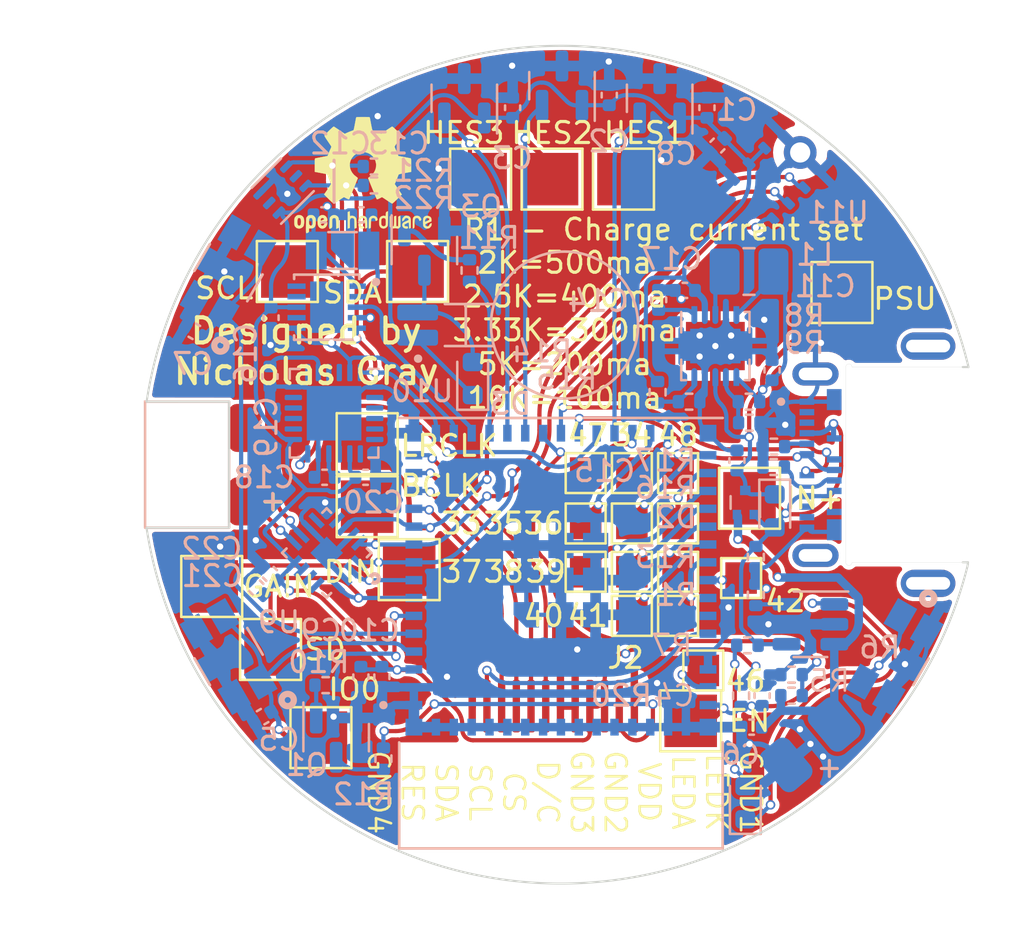
<source format=kicad_pcb>
(kicad_pcb (version 20211014) (generator pcbnew)
  (layers (0 "F.Cu" signal) (31 "B.Cu" signal) (34 "B.Paste" user) (35 "F.Paste" user) (36 "B.SilkS" user "B.Silkscreen") (37 "F.SilkS" user "F.Silkscreen") (38 "B.Mask" user) (39 "F.Mask" user) (44 "Edge.Cuts" user))
  (net 0 "")
  (net 1 "+3V3")
  (net 2 "GND")
  (net 3 "EN")
  (net 4 "IO0")
  (net 5 "+BATT")
  (net 6 "IO1")
  (net 7 "PSU")
  (net 8 "Net-(C12-Pad2)")
  (net 9 "Net-(C13-Pad1)")
  (net 10 "Net-(C14-Pad1)")
  (net 11 "Net-(C18-Pad1)")
  (net 12 "Net-(C19-Pad2)")
  (net 13 "STAT")
  (net 14 "VCC_IN")
  (net 15 "CC1")
  (net 16 "D+")
  (net 17 "D-")
  (net 18 "CC2")
  (net 19 "Net-(L1-Pad2)")
  (net 20 "Net-(LS1-Pad1)")
  (net 21 "Net-(LS1-Pad2)")
  (net 22 "Net-(Q1-Pad1)")
  (net 23 "Net-(Q1-Pad3)")
  (net 24 "Net-(R1-Pad2)")
  (net 25 "HES1")
  (net 26 "HES2")
  (net 27 "HES3")
  (net 28 "Battery")
  (net 29 "Net-(R8-Pad2)")
  (net 30 "LED")
  (net 31 "Net-(J2-Pad2)")
  (net 32 "Net-(R14-Pad2)")
  (net 33 "LRCLK{slash}WS")
  (net 34 "BCLK{slash}SCK")
  (net 35 "GAIN")
  (net 36 "DIN{slash}SD")
  (net 37 "SD")
  (net 38 "Net-(U4-Pad28)")
  (net 39 "INT1")
  (net 40 "Net-(U4-Pad29)")
  (net 41 "Net-(U4-Pad31)")
  (net 42 "Net-(U4-Pad32)")
  (net 43 "Net-(U4-Pad33)")
  (net 44 "Net-(U4-Pad34)")
  (net 45 "Net-(U4-Pad35)")
  (net 46 "Net-(U4-Pad36)")
  (net 47 "Net-(U4-Pad37)")
  (net 48 "Net-(U4-Pad38)")
  (net 52 "SCL")
  (net 54 "SDA")
  (net 67 "Net-(U4-Pad44)")
  (net 68 "DC")
  (net 69 "CS")
  (net 70 "SCK")
  (net 71 "MOSI")
  (net 72 "RES")
  (net 73 "INT")
  (net 75 "Net-(Q3-Pad1)")
  (net 76 "HMotor")
  (net 77 "Net-(D3-Pad2)")
  (net 83 "Net-(D1-Pad2)")
  (net 84 "Net-(U4-Pad27)")
  (net 85 "Net-(U4-Pad30)")
  (footprint "TestPoint:TestPoint_Pad_2.5x2.5mm" (layer "F.Cu") (at 148.8 80.8)
    (fp_text reference "SDA")
    (fp_text value "TestPoint")
  )
  (footprint "TestPoint:TestPoint_Pad_2.5x2.5mm" (layer "F.Cu") (at 151.8 76.4)
    (fp_text reference "HES3")
    (fp_text value "TestPoint")
  )
  (footprint "TestPoint:TestPoint_Pad_2.5x2.5mm" (layer "F.Cu") (at 139 95.8)
    (fp_text reference "GAIN")
    (fp_text value "TestPoint")
  )
  (footprint "TestPoint:TestPoint_Pad_2.5x2.5mm" (layer "F.Cu") (at 146.4 92)
    (fp_text reference "BCLK")
    (fp_text value "TestPoint")
  )
  (footprint "TestPoint:TestPoint_Pad_1.5x1.5mm" (layer "F.Cu") (at 159 92.8)
    (fp_text reference "35")
    (fp_text value "TestPoint")
  )
  (footprint "TestPoint:TestPoint_Pad_2.5x2.5mm" (layer "F.Cu") (at 155.2 76.4)
    (fp_text reference "HES2")
    (fp_text value "TestPoint")
  )
  (footprint "TestPoint:TestPoint_Pad_1.5x1.5mm" (layer "F.Cu") (at 159 95.1)
    (fp_text reference "38")
    (fp_text value "TestPoint")
  )
  (footprint "TestPoint:TestPoint_Pad_1.5x1.5mm" (layer "F.Cu") (at 161.2 95.1)
    (fp_text reference "39")
    (fp_text value "TestPoint")
  )
  (footprint "TestPoint:TestPoint_Pad_2.5x2.5mm" (layer "F.Cu") (at 164.6 91.6)
    (fp_text reference "IN+")
    (fp_text value "TestPoint")
  )
  (footprint "TestPoint:TestPoint_Pad_1.5x1.5mm" (layer "F.Cu") (at 162.4 99.8)
    (fp_text reference "46")
    (fp_text value "TestPoint")
  )
  (footprint "TestPoint:TestPoint_Pad_2.5x2.5mm" (layer "F.Cu") (at 144.2 103)
    (fp_text reference "IO0")
    (fp_text value "TestPoint")
  )
  (footprint "TestPoint:TestPoint_Pad_2.5x2.5mm" (layer "F.Cu") (at 141.8 98.8)
    (fp_text reference "SD")
    (fp_text value "TestPoint")
  )
  (footprint "TestPoint:TestPoint_Pad_1.5x1.5mm" (layer "F.Cu") (at 156.8 95.1)
    (fp_text reference "37")
    (fp_text value "TestPoint")
  )
  (footprint "TestPoint:TestPoint_Pad_1.5x1.5mm" (layer "F.Cu") (at 161.2 90.4)
    (fp_text reference "48")
    (fp_text value "TestPoint")
  )
  (footprint "TestPoint:TestPoint_Pad_2.5x2.5mm" (layer "F.Cu") (at 158.6 76.4)
    (fp_text reference "HES1")
    (fp_text value "TestPoint")
  )
  (footprint "Symbol:OSHW-Logo2_7.3x6mm_SilkScreen" (layer "F.Cu") (at 146.2 76.2)
    (fp_text reference "REF**" hide)
    (fp_text value "OSHW-Logo2_7.3x6mm_SilkScreen" hide)
  )
  (footprint "TestPoint:TestPoint_Pad_1.5x1.5mm" (layer "F.Cu") (at 156.8 90.4)
    (fp_text reference "47")
    (fp_text value "TestPoint")
  )
  (footprint "TestPoint:TestPoint_Pad_1.5x1.5mm" (layer "F.Cu") (at 164.2 95.4)
    (fp_text reference "42")
    (fp_text value "TestPoint")
  )
  (footprint "TestPoint:TestPoint_Pad_1.5x1.5mm" (layer "F.Cu") (at 161.2 92.8)
    (fp_text reference "36")
    (fp_text value "TestPoint")
  )
  (footprint "TestPoint:TestPoint_Pad_2.5x2.5mm" (layer "F.Cu") (at 161.8 102.2)
    (fp_text reference "EN")
    (fp_text value "TestPoint")
  )
  (footprint "TestPoint:TestPoint_Pad_2.5x2.5mm" (layer "F.Cu") (at 146.4 89)
    (fp_text reference "LRCLK")
    (fp_text value "TestPoint")
  )
  (footprint "TestPoint:TestPoint_Pad_2.5x2.5mm" (layer "F.Cu") (at 148.4 95)
    (fp_text reference "DIN")
    (fp_text value "TestPoint")
  )
  (footprint "TestPoint:TestPoint_Pad_1.5x1.5mm" (layer "F.Cu") (at 159 90.4)
    (fp_text reference "34")
    (fp_text value "TestPoint")
  )
  (footprint "TestPoint:TestPoint_Pad_2.5x2.5mm" (layer "F.Cu") (at 142.6 80.8)
    (fp_text reference "SCL")
    (fp_text value "TestPoint")
  )
  (footprint "TestPoint:TestPoint_Pad_1.5x1.5mm" (layer "F.Cu") (at 156.8 92.8)
    (fp_text reference "33")
    (fp_text value "TestPoint")
  )
  (footprint "TestPoint:TestPoint_Pad_1.5x1.5mm" (layer "F.Cu") (at 161.2 97.2)
    (fp_text reference "41")
    (fp_text value "TestPoint")
  )
  (footprint "TestPoint:TestPoint_Pad_1.5x1.5mm" (layer "F.Cu") (at 159 97.2)
    (fp_text reference "40")
    (fp_text value "TestPoint")
  )
  (footprint "TestPoint:TestPoint_Pad_2.5x2.5mm" (layer "F.Cu") (at 169 81.8)
    (fp_text reference "PSU")
    (fp_text value "TestPoint")
  )
  (footprint "footprint:Circular Display connector" (layer "F.Cu") (at 157 104.3)
    (fp_text reference "J2")
    (fp_text value "Display")
  )
  (footprint "Resistor_SMD:R_0402_1005Metric" (layer "B.Cu") (at 164.9 96.2 -90)
    (fp_text reference "R1")
    (fp_text value "2.5K")
  )
  (footprint "Package_TO_SOT_SMD:SOT-23" (layer "B.Cu") (at 155.673584 71.95 90)
    (fp_text reference "U2" hide)
    (fp_text value "DRV5021")
  )
  (footprint "Resistor_SMD:R_0402_1005Metric" (layer "B.Cu") (at 164.588584 88)
    (fp_text reference "R9")
    (fp_text value "250K")
  )
  (footprint "Package_SON:Texas_S-PVSON-N10_ThermalVias" (layer "B.Cu") (at 162.973586 84.350003 -90)
    (fp_text reference "U7" hide)
    (fp_text value "TPS61200DRC")
  )
  (footprint "Capacitor_SMD:C_0402_1005Metric" (layer "B.Cu") (at 141.773584 95.2 135)
    (fp_text reference "C22")
    (fp_text value "10uF")
  )
  (footprint "Capacitor_SMD:C_0402_1005Metric" (layer "B.Cu") (at 146.323584 90.6 180)
    (fp_text reference "C20")
    (fp_text value "0.1uF")
  )
  (footprint "Capacitor_SMD:C_0402_1005Metric" (layer "B.Cu") (at 164 89.8 90)
    (fp_text reference "C15")
    (fp_text value "1uF")
  )
  (footprint "Capacitor_SMD:C_0402_1005Metric" (layer "B.Cu") (at 141.123584 95.85 135)
    (fp_text reference "C21")
    (fp_text value "0.1uF")
  )
  (footprint "Resistor_SMD:R_0402_1005Metric" (layer "B.Cu") (at 147.173584 104 90)
    (fp_text reference "R12")
    (fp_text value "10")
  )
  (footprint "Package_TO_SOT_SMD:SOT-23" (layer "B.Cu") (at 149.123584 79.8 -90)
    (fp_text reference "Q3")
    (fp_text value "s8050")
  )
  (footprint "Capacitor_SMD:C_0402_1005Metric" (layer "B.Cu") (at 141.423584 102 -150)
    (fp_text reference "C5")
    (fp_text value "0.1uF")
  )
  (footprint "Capacitor_SMD:C_0402_1005Metric" (layer "B.Cu") (at 141.773584 85.8 90)
    (fp_text reference "C19")
    (fp_text value "22nF")
  )
  (footprint "Resistor_SMD:R_0402_1005Metric" (layer "B.Cu") (at 165.76 89.14)
    (fp_text reference "R17")
    (fp_text value "5.1K")
  )
  (footprint "Resistor_SMD:R_0402_1005Metric" (layer "B.Cu") (at 161.723585 86.999995)
    (fp_text reference "R15")
    (fp_text value "180k")
  )
  (footprint "Capacitor_SMD:C_0402_1005Metric" (layer "B.Cu") (at 146.1 100.1 -90)
    (fp_text reference "C9")
    (fp_text value "0.1uF")
  )
  (footprint "Capacitor_SMD:C_0402_1005Metric" (layer "B.Cu") (at 162.573584 73 90)
    (fp_text reference "C1")
    (fp_text value "0.1uF")
  )
  (footprint "Resistor_SMD:R_0402_1005Metric" (layer "B.Cu") (at 164.9 94.4 90)
    (fp_text reference "R13")
    (fp_text value "100K")
  )
  (footprint "OptoDevice:Lite-On_LTR-303ALS-01" (layer "B.Cu") (at 142.373584 76.9 45)
    (fp_text reference "U6" hide)
    (fp_text value "LTR-303ALS-01")
  )
  (footprint "Capacitor_SMD:C_0402_1005Metric" (layer "B.Cu") (at 141.823584 83 90)
    (fp_text reference "C16")
    (fp_text value "0.1uF")
  )
  (footprint "Capacitor_SMD:C_0402_1005Metric" (layer "B.Cu") (at 157.923584 72.4 90)
    (fp_text reference "C2")
    (fp_text value "0.1uF")
  )
  (footprint "Capacitor_SMD:C_0402_1005Metric" (layer "B.Cu") (at 161.523584 81.7)
    (fp_text reference "C17")
    (fp_text value "10uF")
  )
  (footprint "Package_TO_SOT_SMD:SOT-23" (layer "B.Cu") (at 144.923584 103 -90)
    (fp_text reference "Q1")
    (fp_text value "s8050")
  )
  (footprint "Capacitor_SMD:C_0402_1005Metric" (layer "B.Cu") (at 165.2 101 90)
    (fp_text reference "C4")
    (fp_text value "0.1uF")
  )
  (footprint "Package_TO_SOT_SMD:SOT-723" (layer "B.Cu") (at 164.4 91.8 90)
    (fp_text reference "Q2" hide)
    (fp_text value "C70022")
  )
  (footprint "Resistor_SMD:R_0402_1005Metric" (layer "B.Cu") (at 164.5 98.6)
    (fp_text reference "R7")
    (fp_text value "470")
  )
  (footprint "Crystal:Crystal_SMD_3215-2Pin_3.2x1.5mm" (layer "B.Cu") (at 145.226084 79.8)
    (fp_text reference "Y1" hide)
    (fp_text value "32.768KHz")
  )
  (footprint "Capacitor_SMD:C_0402_1005Metric" (layer "B.Cu") (at 146.123584 78.1 180)
    (fp_text reference "C13")
    (fp_text value "12pF")
  )
  (footprint "Resistor_SMD:R_0402_1005Metric" (layer "B.Cu") (at 165.75 90.11)
    (fp_text reference "R16")
    (fp_text value "5.1K")
  )
  (footprint "footprint:SW_EVQ-P7J01P" (layer "B.Cu") (at 139.805042 99.1375 120)
    (fp_text reference "SW2" hide)
    (fp_text value "SW_Push")
  )
  (footprint "Resistor_SMD:R_0402_1005Metric" (layer "B.Cu") (at 151.273584 80.75 90)
    (fp_text reference "R11")
    (fp_text value "1K")
  )
  (footprint "Capacitor_SMD:C_0402_1005Metric" (layer "B.Cu") (at 153.323584 73 90)
    (fp_text reference "C3")
    (fp_text value "0.1uF")
  )
  (footprint "Diode_SMD:D_0603_1608Metric" (layer "B.Cu") (at 151.423584 85.9 90)
    (fp_text reference "D3")
    (fp_text value "SD0805S020S1R0")
  )
  (footprint "footprint:QFN50P300X300X80-17N" (layer "B.Cu") (at 144.473584 94.2 135)
    (fp_text reference "U9")
    (fp_text value "MAX98357AETE")
  )
  (footprint "footprint:XCVR_ESP32-S3-MINI-1-N8" (layer "B.Cu") (at 155.623584 95.5)
    (fp_text reference "U4" hide)
    (fp_text value "ESP32-S3-MINI-1-N8")
  )
  (footprint "Capacitor_SMD:C_0402_1005Metric" (layer "B.Cu") (at 160.273584 82.15 90)
    (fp_text reference "C14")
    (fp_text value "0.1uF")
  )
  (footprint "Capacitor_SMD:C_0402_1005Metric" (layer "B.Cu") (at 147.1 100.1 -90)
    (fp_text reference "C10")
    (fp_text value "22uF")
  )
  (footprint "footprint:Speaker6mm" (layer "B.Cu") (at 143.828584 90 -90)
    (fp_text reference "LS1" hide)
    (fp_text value "Speaker")
  )
  (footprint "Capacitor_SMD:C_0402_1005Metric" (layer "B.Cu") (at 144.326084 78.1 180)
    (fp_text reference "C12")
    (fp_text value "12pF")
  )
  (footprint "footprint:Batt" (layer "B.Cu") (at 169.285771 105.482283 -140)
    (fp_text reference "BT1" hide)
    (fp_text value "Battery")
  )
  (footprint "LED_SMD:LED_0603_1608Metric" (layer "B.Cu") (at 164.4 106.1 90)
    (fp_text reference "D1" hide)
    (fp_text value "LED")
  )
  (footprint "footprint:SON50P300X300X100-11N" (layer "B.Cu") (at 144.473584 82.5 180)
    (fp_text reference "U8" hide)
    (fp_text value "PCF8563TS")
  )
  (footprint "Capacitor_SMD:C_0402_1005Metric" (layer "B.Cu") (at 138.173584 83.65 150)
    (fp_text reference "C7")
    (fp_text value "0.1uF")
  )
  (footprint "Resistor_SMD:R_0402_1005Metric" (layer "B.Cu") (at 144.423584 100.5 180)
    (fp_text reference "R10")
    (fp_text value "1K")
  )
  (footprint "footprint:SW_EVQ-P7J01P" (layer "B.Cu") (at 171.505 99.140565 -120)
    (fp_text reference "SW1" hide)
    (fp_text value "SW_Push")
  )
  (footprint "Package_TO_SOT_SMD:SOT-23-5" (layer "B.Cu") (at 167.5 97.6 180)
    (fp_text reference "U5" hide)
    (fp_text value "MCP73831T-2ATI/OT")
  )
  (footprint "Package_TO_SOT_SMD:SOT-23" (layer "B.Cu") (at 151.023584 72.55 90)
    (fp_text reference "U3" hide)
    (fp_text value "DRV5021")
  )
  (footprint "Package_DFN_QFN:QFN-24-1EP_4x4mm_P0.5mm_EP2.6x2.6mm" (layer "B.Cu") (at 144.823584 87.55 180)
    (fp_text reference "U10")
    (fp_text value "MPU6050")
  )
  (footprint "Resistor_SMD:R_0402_1005Metric" (layer "B.Cu") (at 146.723584 76.7 180)
    (fp_text reference "R22")
    (fp_text value "4.7K")
  )
  (footprint "Resistor_SMD:R_0402_1005Metric" (layer "B.Cu") (at 164.573584 87 180)
    (fp_text reference "R8")
    (fp_text value "3.25M")
  )
  (footprint "Diode_SMD:D_0603_1608Metric" (layer "B.Cu") (at 165.8 92.2 -90)
    (fp_text reference "D2")
    (fp_text value "SD0805S020S1R0")
  )
  (footprint "footprint:SW_EVQ-P7J01P" (layer "B.Cu") (at 139.801452 80.853654 60)
    (fp_text reference "SW3" hide)
    (fp_text value "SW_Push")
  )
  (footprint "Inductor_SMD:L_1008_2520Metric_Pad1.43x2.20mm_HandSolder" (layer "B.Cu") (at 164.576087 80.799997 180)
    (fp_text reference "L1")
    (fp_text value "2.2uH")
  )
  (footprint "Capacitor_SMD:C_0402_1005Metric" (layer "B.Cu") (at 165.673584 85.5 -90)
    (fp_text reference "C11")
    (fp_text value "10uF")
  )
  (footprint "Resistor_SMD:R_0402_1005Metric" (layer "B.Cu") (at 166.6 101)
    (fp_text reference "R5")
    (fp_text value "442K")
  )
  (footprint "footprint:XDCR_C0720B001F" (layer "B.Cu") (at 153.823584 83.35 90)
    (fp_text reference "M1" hide)
    (fp_text value "HMotor")
  )
  (footprint "Package_TO_SOT_SMD:SOT-23" (layer "B.Cu") (at 160.323584 72.55 90)
    (fp_text reference "U1" hide)
    (fp_text value "DRV5021")
  )
  (footprint "footprint:INMP441" (layer "B.Cu") (at 163.440384 73.045568 45)
    (fp_text reference "U11")
    (fp_text value "INMP441")
  )
  (footprint "Capacitor_SMD:C_0402_1005Metric" (layer "B.Cu") (at 164.7 102.5 180)
    (fp_text reference "C6")
    (fp_text value "4.7uF")
  )
  (footprint "footprint:MOLEX_1054550101" (layer "B.Cu") (at 171.1 90 -90)
    (fp_text reference "J1" hide)
    (fp_text value "1054550101")
    (fp_line (start -4.65 1.92) (end 4.65 1.92) (layer "Edge.Cuts") (width 0.01))
    (fp_line (start 4.65 -3.65) (end 4.65 1.62) (layer "Edge.Cuts") (width 0.01))
    (fp_line (start -4.65 -3.65) (end -4.65 1.62) (layer "Edge.Cuts") (width 0.01))
    (fp_arc (start 4.65 1.62) (mid 4.756066 1.663934) (end 4.8 1.77) (layer "Edge.Cuts") (width 0.01))
    (fp_arc (start -4.65 1.92) (mid -4.756066 1.876066) (end -4.8 1.77) (layer "Edge.Cuts") (width 0.01))
    (fp_arc (start -4.8 1.77) (mid -4.756066 1.663934) (end -4.65 1.62) (layer "Edge.Cuts") (width 0.01))
    (fp_arc (start 4.8 1.77) (mid 4.756066 1.876066) (end 4.65 1.92) (layer "Edge.Cuts") (width 0.01))
  )
  (footprint "Resistor_SMD:R_0402_1005Metric" (layer "B.Cu") (at 160.223584 86.55 -90)
    (fp_text reference "R14")
    (fp_text value "1M")
  )
  (footprint "Resistor_SMD:R_0402_1005Metric" (layer "B.Cu") (at 166.6 100 180)
    (fp_text reference "R6")
    (fp_text value "160K")
  )
  (footprint "Resistor_SMD:R_0402_1005Metric" (layer "B.Cu") (at 146.723584 75.8 180)
    (fp_text reference "R21")
    (fp_text value "4.7K")
  )
  (footprint "Resistor_SMD:R_0402_1005Metric" (layer "B.Cu") (at 164.2 101 -90)
    (fp_text reference "R20")
    (fp_text value "10k")
  )
  (footprint "Capacitor_SMD:C_0402_1005Metric" (layer "B.Cu") (at 163.073584 74.8 45)
    (fp_text reference "C8")
    (fp_text value "0.1uF")
  )
  (footprint "Capacitor_SMD:C_0402_1005Metric" (layer "B.Cu") (at 144.373584 90.6 180)
    (fp_text reference "C18")
    (fp_text value "0.1uF")
  )
  (gr_line (start 144.823584 77.5) (end 144.823584 75.5) (layer "B.SilkS") (width 0.15))
  (gr_line (start 139.823584 93) (end 139.823584 87) (layer "Edge.Cuts") (width 0.1))
  (gr_line (start 174.75 94.65) (end 175 94.65) (layer "Edge.Cuts") (width 0.1))
  (gr_line (start 174.75 85.35) (end 175.023583 85.35) (layer "Edge.Cuts") (width 0.1))
  (gr_line (start 139.823584 87) (end 135.901459 86.996629) (layer "Edge.Cuts") (width 0.1))
  (gr_line (start 175 94.65) (end 174.99 94.75) (layer "Edge.Cuts") (width 0.1))
  (gr_line (start 174.99 94.75) (end 174.971273 94.849421) (layer "Edge.Cuts") (width 0.1))
  (gr_line (start 139.823584 93) (end 135.897802 93.003927) (layer "Edge.Cuts") (width 0.1))
  (gr_arc (start 135.901459 86.996629) (mid 154.784663 70.06815) (end 175.023583 85.35) (layer "Edge.Cuts") (width 0.1))
  (gr_arc (start 174.971273 94.849421) (mid 154.6788 109.927438) (end 135.897802 93.003927) (layer "Edge.Cuts") (width 0.1))
  (gr_text "+\n\n" (at 168.4 105.2) (layer "B.SilkS") (effects (font (size 1 1))))
  (gr_text "R1 - Charge current set\n" (at 160.5 78.8) (layer "F.SilkS") (effects (font (size 1 1))))
  (gr_text "Designed by\nNicholas Gray\n" (at 143.5 84.6) (layer "F.SilkS") (effects (font (size 1.2 1.2) (thickness 0.2))))
  (gr_text "GND1\nLEDK\nLEDA\nVDD\nGND2\nGND3\nD/C\nCS\nSCL\nSDA\nRES\nGND4\n" (at 155.8 105.6 -90) (layer "F.SilkS") (effects (font (size 1 1) (thickness 0.125))))
  (gr_text "+\n" (at 141.923584 91.7) (layer "F.SilkS") (effects (font (size 1 1))))
  (gr_text "2K=500ma\n2.5K=400ma\n3.33K=300ma\n5K=200ma\n10K=100ma" (at 155.8 83.6) (layer "F.SilkS") (effects (font (size 1 1))))
  (segment (start 147.8125 99.7625) (end 147.825 99.775) (width 0.2) (layer "F.Cu") (net 1))
  (segment (start 157.35 101.5) (end 157 101.5) (width 0.25) (layer "F.Cu") (net 1))
  (segment (start 143.3 96) (end 142.7 96) (width 0.2) (layer "F.Cu") (net 1))
  (segment (start 164.9 99.6) (end 164.820886 99.6) (width 0.2) (layer "F.Cu") (net 1))
  (segment (start 164.685829 99.544057) (end 164.3138 99.172028) (width 0.2) (layer "F.Cu") (net 1))
  (segment (start 150.608226 101.608226) (end 149.110875 100.110875) (width 0.2) (layer "F.Cu") (net 1))
  (segment (start 147.825 99.775) (end 148.3 99.775) (width 0.2) (layer "F.Cu") (net 1))
  (segment (start 144.324264 96.424264) (end 147.596966 99.696966) (width 0.2) (layer "F.Cu") (net 1))
  (segment (start 159.236396 98.8) (end 163.415644 98.8) (width 0.2) (layer "F.Cu") (net 1))
  (segment (start 151.441314 103.124977) (end 156.658578 103.124977) (width 0.2) (layer "F.Cu") (net 1))
  (segment (start 157 102.783555) (end 157 101.5) (width 0.2) (layer "F.Cu") (net 1))
  (segment (start 150.92548 102.609142) (end 150.92548 102.374144) (width 0.2) (layer "F.Cu") (net 1))
  (segment (start 157.7 101.15) (end 157.7 100.336396) (width 0.2) (layer "F.Cu") (net 1))
  (segment (start 147.782322 99.75) (end 147.725 99.75) (width 0.2) (layer "F.Cu") (net 1))
  (via (at 142.7 96) (size 0.45) (drill 0.3) (layers "F.Cu" "B.Cu") (net 1))
  (via (at 158.7 99) (size 0.45) (drill 0.3) (layers "F.Cu" "B.Cu") (net 1))
  (via (at 147.825 99.775) (size 0.45) (drill 0.3) (layers "F.Cu" "B.Cu") (net 1))
  (via (at 164.9 99.6) (size 0.45) (drill 0.3) (layers "F.Cu" "B.Cu") (net 1))
  (arc (start 159.236396 98.8) (mid 158.648442 98.916951) (end 158.15 99.25) (width 0.2) (layer "F.Cu") (net 1))
  (arc (start 147.596966 99.696966) (mid 147.655708 99.736216) (end 147.725 99.75) (width 0.2) (layer "F.Cu") (net 1))
  (arc (start 164.685829 99.544057) (mid 164.747793 99.58546) (end 164.820886 99.6) (width 0.2) (layer "F.Cu") (net 1))
  (arc (start 151.441314 103.124977) (mid 151.243913 103.085711) (end 151.076564 102.973892) (width 0.2) (layer "F.Cu") (net 1))
  (arc (start 149.110875 100.110875) (mid 148.738842 99.862291) (end 148.3 99.775) (width 0.2) (layer "F.Cu") (net 1))
  (arc (start 150.92548 102.609142) (mid 150.964745 102.806543) (end 151.076564 102.973892) (width 0.2) (layer "F.Cu") (net 1))
  (arc (start 163.415644 98.8) (mid 163.901722 98.896686) (end 164.3138 99.172028) (width 0.2) (layer "F.Cu") (net 1))
  (arc (start 157 102.783555) (mid 156.97401 102.914211) (end 156.9 103.024977) (width 0.2) (layer "F.Cu") (net 1))
  (arc (start 150.92548 102.374144) (mid 150.843028 101.959632) (end 150.608226 101.608226) (width 0.2) (layer "F.Cu") (net 1))
  (arc (start 147.8125 99.7625) (mid 147.798654 99.753248) (end 147.782322 99.75) (width 0.2) (layer "F.Cu") (net 1))
  (arc (start 156.9 103.024977) (mid 156.789234 103.098987) (end 156.658578 103.124977) (width 0.2) (layer "F.Cu") (net 1))
  (arc (start 157.35 101.5) (mid 157.597487 101.397487) (end 157.7 101.15) (width 0.2) (layer "F.Cu") (net 1))
  (arc (start 144.324264 96.424264) (mid 143.854327 96.110262) (end 143.3 96) (width 0.2) (layer "F.Cu") (net 1))
  (arc (start 158.15 99.25) (mid 157.816951 99.748442) (end 157.7 100.336396) (width 0.2) (layer "F.Cu") (net 1))
  (segment (start 161.286387 73.48) (end 162.56828 73.48) (width 0.2) (layer "B.Cu") (net 1))
  (segment (start 142.675489 89.159508) (end 142.637744 89.197252) (width 0.2) (layer "B.Cu") (net 1))
  (segment (start 145.573584 90.139081) (end 145.573584 89.4875) (width 0.2) (layer "B.Cu") (net 1))
  (segment (start 145.321001 91.122582) (end 145.708584 90.735) (width 0.2) (layer "B.Cu") (net 1))
  (segment (start 156.357675 72.8875) (end 156.61828 72.8875) (width 0.2) (layer "B.Cu") (net 1))
  (segment (start 148.353345 99.75) (end 148.327608 99.75) (width 0.2) (layer "B.Cu") (net 1))
  (segment (start 148.327608 99.75) (end 148.301871 99.75) (width 0.2) (layer "B.Cu") (net 1))
  (segment (start 162.623497 73.671091) (end 163.397964 74.445558) (width 0.2) (layer "B.Cu") (net 1))
  (segment (start 147.5 77.15) (end 147.5 82.84038) (width 0.2) (layer "B.Cu") (net 1))
  (segment (start 147.568367 99.75) (end 147.516893 99.75) (width 0.2) (layer "B.Cu") (net 1))
  (segment (start 146.373085 77.31952) (end 145.063137 77.31952) (width 0.2) (layer "B.Cu") (net 1))
  (segment (start 164.578826 75.668934) (end 165.321288 74.926472) (width 0.2) (layer "B.Cu") (net 1))
  (segment (start 160.19107 72.866898) (end 160.650236 73.326064) (width 0.2) (layer "B.Cu") (net 1))
  (segment (start 147.851474 99.75) (end 147.748526 99.75) (width 0.2) (layer "B.Cu") (net 1))
  (segment (start 162.473586 82.381794) (end 162.473586 82.590003) (width 0.3) (layer "B.Cu") (net 1))
  (segment (start 158.165459 72.638125) (end 157.927334 72.87625) (width 0.2) (layer "B.Cu") (net 1))
  (segment (start 147.464644 77.064644) (end 147.280813 76.880813) (width 0.2) (layer "B.Cu") (net 1))
  (segment (start 151.729367 73.4875) (end 151.96828 73.4875) (width 0.2) (layer "B.Cu") (net 1))
  (segment (start 164.578826 76.445054) (end 164.578826 75.668934) (width 0.2) (layer "B.Cu") (net 1))
  (segment (start 143.492641 91.194875) (end 143.499963 91.202197) (width 0.2) (layer "B.Cu") (net 1))
  (segment (start 147.246669 75.168107) (end 147.257471 75.113797) (width 0.2) (layer "B.Cu") (net 1))
  (segment (start 146.784457 77.149125) (end 147.186354 76.747229) (width 0.2) (layer "B.Cu") (net 1))
  (segment (start 141.571009 93.329237) (end 141.872218 93.630446) (width 0.2) (layer "B.Cu") (net 1))
  (segment (start 153.871515 72.932067) (end 153.327333 73.476249) (width 0.2) (layer "B.Cu") (net 1))
  (segment (start 147.233584 75.8) (end 147.233584 76.633208) (width 0.2) (layer "B.Cu") (net 1))
  (segment (start 144.705751 91.3) (end 144.892678 91.3) (width 0.2) (layer "B.Cu") (net 1))
  (segment (start 143.282108 95.03792) (end 142.942514 94.698326) (width 0.2) (layer "B.Cu") (net 1))
  (segment (start 164.030026 77.769973) (end 161.806797 79.993202) (width 0.2) (layer "B.Cu") (net 1))
  (segment (start 148.263266 99.75) (end 148.160318 99.75) (width 0.2) (layer "B.Cu") (net 1))
  (segment (start 142.914597 94.737808) (end 141.462995 96.189411) (width 0.2) (layer "B.Cu") (net 1))
  (segment (start 147.233584 75.8) (end 147.233584 75.388604) (width 0.2) (layer "B.Cu") (net 1))
  (segment (start 143.463352 91.165586) (end 142.678603 90.380837) (width 0.2) (layer "B.Cu") (net 1))
  (segment (start 141.876343 93.632155) (end 142.914597 94.670409) (width 0.2) (layer "B.Cu") (net 1))
  (segment (start 147.465419 99.75) (end 147.516893 99.75) (width 0.2) (layer "B.Cu") (net 1))
  (segment (start 148.379082 99.75) (end 148.353345 99.75) (width 0.2) (layer "B.Cu") (net 1))
  (segment (start 141.1 83.50033) (end 141.1 86.475584) (width 0.2) (layer "B.Cu") (net 1))
  (segment (start 147.619841 99.75) (end 147.568367 99.75) (width 0.2) (layer "B.Cu") (net 1))
  (segment (start 148.845126 84.109042) (end 151.423584 86.6875) (width 0.2) (layer "B.Cu") (net 1))
  (segment (start 147.413945 99.75) (end 147.388208 99.75) (width 0.2) (layer "B.Cu") (net 1))
  (segment (start 141.843584 82.5) (end 143.038584 82.5) (width 0.2) (layer "B.Cu") (net 1))
  (segment (start 157.91828 72.88) (end 156.636387 72.88) (width 0.2) (layer "B.Cu") (net 1))
  (segment (start 142.675489 90.373319) (end 142.637744 90.335574) (width 0.2) (layer "B.Cu") (net 1))
  (segment (start 141.571009 93.087218) (end 143.463352 91.194875) (width 0.2) (layer "B.Cu") (net 1))
  (segment (start 147.456163 74.662341) (end 147.425399 74.708381) (width 0.2) (layer "B.Cu") (net 1))
  (segment (start 154.696905 71.8) (end 154.723718 71.8) (width 0.2) (layer "B.Cu") (net 1))
  (segment (start 147.954422 99.75) (end 147.851474 99.75) (width 0.2) (layer "B.Cu") (net 1))
  (segment (start 144.715415 77.175489) (end 144.32814 77.175489) (width 0.2) (layer "B.Cu") (net 1))
  (segment (start 141.843584 82.5) (end 141.281547 83.062037) (width 0.2) (layer "B.Cu") (net 1))
  (segment (start 161.494064 80.748208) (end 161.494064 81.119769) (width 0.2) (layer "B.Cu") (net 1))
  (segment (start 142.60765 77.996016) (end 142.481907 77.996016) (width 0.2) (layer "B.Cu") (net 1))
  (segment (start 148.404819 99.75) (end 148.379082 99.75) (width 0.2) (layer "B.Cu") (net 1))
  (segment (start 159.943824 85.76024) (end 160.223584 86.04) (width 0.2) (layer "B.Cu") (net 1))
  (segment (start 142.7 96) (end 142.284105 95.584105) (width 0.2) (layer "B.Cu") (net 1))
  (segment (start 161.323353 81.09048) (end 160.103584 81.09048) (width 0.2) (layer "B.Cu") (net 1))
  (segment (start 147.5 77.15) (end 147.5 77.05) (width 0.2) (layer "B.Cu") (net 1))
  (segment (start 142.6 90.244451) (end 142.6 89.288375) (width 0.2) (layer "B.Cu") (net 1))
  (segment (start 148.160318 99.75) (end 148.05737 99.75) (width 0.2) (layer "B.Cu") (net 1))
  (segment (start 159.664064 85.084839) (end 159.664064 81.53) (width 0.2) (layer "B.Cu") (net 1))
  (segment (start 161.039976 73.4875) (end 161.26828 73.4875) (width 0.2) (layer "B.Cu") (net 1))
  (segment (start 161.544064 81.24048) (end 162.002316 81.698732) (width 0.2) (layer "B.Cu") (net 1))
  (segment (start 151.986387 73.48) (end 153.31828 73.48) (width 0.2) (layer "B.Cu") (net 1))
  (segment (start 150.651487 72.648532) (end 151.321518 73.318563) (width 0.2) (layer "B.Cu") (net 1))
  (segment (start 147.465419 99.75) (end 147.413945 99.75) (width 0.2) (layer "B.Cu") (net 1))
  (segment (start 164.267175 100.232824) (end 164.9 99.6) (width 0.2) (layer "B.Cu") (net 1))
  (segment (start 161.444064 81.14048) (end 161.544064 81.24048) (width 0.2) (layer "B.Cu") (net 1))
  (segment (start 143.309002 77.705505) (end 143.493159 77.521349) (width 0.2) (layer "B.Cu") (net 1))
  (segment (start 164.578826 75.668934) (end 163.428025 74.518133) (width 0.2) (layer "B.Cu") (net 1))
  (segment (start 146.321923 99.75) (end 147.388208 99.75) (width 0.2) (layer "B.Cu") (net 1))
  (segment (start 144.487312 91.20952) (end 143.517641 91.20952) (width 0.2) (layer "B.Cu") (net 1))
  (segment (start 147.825 83.625) (end 147.918923 83.718923) (width 0.2) (layer "B.Cu") (net 1))
  (segment (start 158.740343 72.4) (end 159.063878 72.4) (width 0.2) (layer "B.Cu") (net 1))
  (segment (start 141.823584 81.525425) (end 141.823584 82.52) (width 0.2) (layer "B.Cu") (net 1))
  (segment (start 149.451466 72.648532) (end 147.602826 74.497172) (width 0.2) (layer "B.Cu") (net 1))
  (segment (start 142.6 78.684309) (end 142.6 79.65099) (width 0.2) (layer "B.Cu") (net 1))
  (segment (start 147.748526 99.75) (end 147.619841 99.75) (width 0.2) (layer "B.Cu") (net 1))
  (segment (start 143.463352 91.165586) (end 143.492641 91.194875) (width 0.2) (layer "B.Cu") (net 1))
  (segment (start 148.263266 99.75) (end 148.301871 99.75) (width 0.2) (layer "B.Cu") (net 1))
  (segment (start 142.311537 88.649926) (end 141.780805 88.119194) (width 0.2) (layer "B.Cu") (net 1))
  (segment (start 147.5 77.05) (end 147.5 77) (width 0.2) (layer "B.Cu") (net 1))
  (segment (start 154.071527 72.449197) (end 154.071527 72.425378) (width 0.2) (layer "B.Cu") (net 1))
  (segment (start 162.32636 82.02636) (end 162.004851 81.704851) (width 0.3) (layer "B.Cu") (net 1))
  (segment (start 155.912795 72.703224) (end 155.211699 72.002128) (width 0.2) (layer "B.Cu") (net 1))
  (segment (start 148.404819 99.75) (end 148.417688 99.75) (width 0.2) (layer "B.Cu") (net 1))
  (segment (start 148.05737 99.75) (end 147.954422 99.75) (width 0.2) (layer "B.Cu") (net 1))
  (arc (start 143.493159 77.521349) (mid 143.876251 77.265375) (end 144.32814 77.175489) (width 0.2) (layer "B.Cu") (net 1))
  (arc (start 147.32147 74.90282) (mid 147.368658 74.803047) (end 147.425399 74.708381) (width 0.2) (layer "B.Cu") (net 1))
  (arc (start 142.675489 89.159508) (mid 142.702854 89.02193) (end 142.780786 88.905297) (width 0.2) (layer "B.Cu") (net 1))
  (arc (start 141.571009 93.087218) (mid 141.533912 93.142737) (end 141.520886 93.208228) (width 0.2) (layer "B.Cu") (net 1))
  (arc (start 145.321001 91.122582) (mid 145.124484 91.25389) (end 144.892678 91.3) (width 0.2) (layer "B.Cu") (net 1))
  (arc (start 154.696905 71.8) (mid 154.457583 71.847604) (end 154.254696 71.983169) (width 0.2) (layer "B.Cu") (net 1))
  (arc (start 145.573584 90.139081) (mid 145.608669 90.315467) (end 145.708584 90.465) (width 0.2) (layer "B.Cu") (net 1))
  (arc (start 141.876343 93.632155) (mid 141.875396 93.631522) (end 141.874281 93.631301) (width 0.2) (layer "B.Cu") (net 1))
  (arc (start 147.464644 77.064644) (mid 147.490811 77.103805) (end 147.5 77.15) (width 0.2) (layer "B.Cu") (net 1))
  (arc (start 147.234723 75.277823) (mid 147.238283 75.222702) (end 147.246669 75.168107) (width 0.2) (layer "B.Cu") (net 1))
  (arc (start 141.571009 93.329237) (mid 141.533912 93.273717) (end 141.520886 93.208228) (width 0.2) (layer "B.Cu") (net 1))
  (arc (start 153.871515 72.932067) (mid 154.019545 72.710524) (end 154.071527 72.449197) (width 0.2) (layer "B.Cu") (net 1))
  (arc (start 141.1 86.475584) (mid 141.276935 87.365099) (end 141.780805 88.119194) (width 0.2) (layer "B.Cu") (net 1))
  (arc (start 141.1 83.50033) (mid 141.147183 83.263128) (end 141.281547 83.062037) (width 0.2) (layer "B.Cu") (net 1))
  (arc (start 158.740343 72.4) (mid 158.429218 72.461886) (end 158.165459 72.638125) (width 0.2) (layer "B.Cu") (net 1))
  (arc (start 155.912795 72.703224) (mid 156.116908 72.839608) (end 156.357675 72.8875) (width 0.2) (layer "B.Cu") (net 1))
  (arc (start 144.487312 91.20952) (mid 144.546421 91.221277) (end 144.596532 91.25476) (width 0.2) (layer "B.Cu") (net 1))
  (arc (start 159.792796 81.219212) (mid 159.935386 81.123936) (end 160.103584 81.09048) (width 0.2) (layer "B.Cu") (net 1))
  (arc (start 147.918923 83.718923) (mid 148.174875 83.889945) (end 148.476792 83.95) (width 0.2) (layer "B.Cu") (net 1))
  (arc (start 142.6 90.244451) (mid 142.609809 90.293766) (end 142.637744 90.335574) (width 0.2) (layer "B.Cu") (net 1))
  (arc (start 164.267175 100.232824) (mid 164.217458 100.307231) (end 164.2 100.395) (width 0.2) (layer "B.Cu") (net 1))
  (arc (start 143.463352 91.165586) (mid 143.469418 91.18023) (end 143.463352 91.194875) (width 0.2) (layer "B.Cu") (net 1))
  (arc (start 147.32147 74.90282) (mid 147.284288 75.006736) (end 147.257471 75.113797) (width 0.2) (layer "B.Cu") (net 1))
  (arc (start 142.780786 88.905297) (mid 142.794156 88.838077) (end 142.73717 88.8) (width 0.2) (layer "B.Cu") (net 1))
  (arc (start 146.321923 99.75) (mid 146.236997 99.733107) (end 146.165 99.685) (width 0.2) (layer "B.Cu") (net 1))
  (arc (start 142.398403 78.197612) (mid 142.547606 78.42091) (end 142.6 78.684309) (width 0.2) (layer "B.Cu") (net 1))
  (arc (start 162.623497 73.671091) (mid 162.586555 73.615804) (end 162.573584 73.550589) (width 0.2) (layer "B.Cu") (net 1))
  (arc (start 142.637744 89.197252) (mid 142.609809 89.239059) (end 142.6 89.288375) (width 0.2) (layer "B.Cu") (net 1))
  (arc (start 162.473586 82.381794) (mid 162.435323 82.189434) (end 162.32636 82.02636) (width 0.3) (layer "B.Cu") (net 1))
  (arc (start 161.323353 81.09048) (mid 161.388681 81.103474) (end 161.444064 81.14048) (width 0.2) (layer "B.Cu") (net 1))
  (arc (start 159.664064 85.084839) (mid 159.736771 85.450363) (end 159.943824 85.76024) (width 0.2) (layer "B.Cu") (net 1))
  (arc (start 142.311537 88.649926) (mid 142.477766 88.760997) (end 142.673847 88.8) (width 0.2) (layer "B.Cu") (net 1))
  (arc (start 161.494064 81.119769) (mid 161.507058 81.185097) (end 161.544064 81.24048) (width 0.2) (layer "B.Cu") (net 1))
  (arc (start 142.678603 90.380837) (mid 142.676298 90.377388) (end 142.675489 90.373319) (width 0.2) (layer "B.Cu") (net 1))
  (arc (start 147.456163 74.662341) (mid 147.488838 74.617806) (end 147.525297 74.576312) (width 0.2) (layer "B.Cu") (net 1))
  (arc (start 161.444064 81.14048) (mid 161.475983 81.146829) (end 161.494064 81.119769) (width 0.2) (layer "B.Cu") (net 1))
  (arc (start 151.729367 73.4875) (mid 151.50864 73.443594) (end 151.321518 73.318563) (width 0.2) (layer "B.Cu") (net 1))
  (arc (start 147.234723 75.277823) (mid 147.233868 75.33321) (end 147.233584 75.388604) (width 0.2) (layer "B.Cu") (net 1))
  (arc (start 160.19107 72.866898) (mid 159.67391 72.521342) (end 159.063878 72.4) (width 0.2) (layer "B.Cu") (net 1))
  (arc (start 150.051477 72.4) (mid 150.3762 72.464591) (end 150.651487 72.648532) (width 0.2) (layer "B.Cu") (net 1))
  (arc (start 144.596532 91.25476) (mid 144.646642 91.288242) (end 144.705751 91.3) (width 0.2) (layer "B.Cu") (net 1))
  (arc (start 145.063137 77.31952) (mid 144.969044 77.300803) (end 144.889276 77.247504) (width 0.2) (layer "B.Cu") (net 1))
  (arc (start 149.451466 72.648532) (mid 149.726753 72.464591) (end 150.051477 72.4) (width 0.2) (layer "B.Cu") (net 1))
  (arc (start 143.492641 91.194875) (mid 143.477996 91.188809) (end 143.463352 91.194875) (width 0.2) (layer "B.Cu") (net 1))
  (arc (start 143.309002 77.705505) (mid 142.987219 77.920514) (end 142.60765 77.996016) (width 0.2) (layer "B.Cu") (net 1))
  (arc (start 141.823584 81.525425) (mid 141.924475 81.018206) (end 142.211792 80.588208) (width 0.2) (layer "B.Cu") (net 1))
  (arc (start 144.715415 77.175489) (mid 144.809508 77.194205) (end 144.889276 77.247504) (width 0.2) (layer "B.Cu") (net 1))
  (arc (start 147.825 83.625) (mid 147.584464 83.265013) (end 147.5 82.84038) (width 0.2) (layer "B.Cu") (net 1))
  (arc (start 147.464644 77.064644) (mid 147.487214 77.069133) (end 147.5 77.05) (width 0.2) (layer "B.Cu") (net 1))
  (arc (start 161.494064 80.748208) (mid 161.57534 80.339601) (end 161.806797 79.993202) (width 0.2) (layer "B.Cu") (net 1))
  (arc (start 154.723718 71.8) (mid 154.987811 71.852531) (end 155.211699 72.002128) (width 0.2) (layer "B.Cu") (net 1))
  (arc (start 159.664064 81.53) (mid 159.69752 81.361802) (end 159.792796 81.219212) (width 0.2) (layer "B.Cu") (net 1))
  (arc (start 142.6 79.65099) (mid 142.499108 80.158208) (end 142.211792 80.588208) (width 0.2) (layer "B.Cu") (net 1))
  (arc (start 147.602826 74.497172) (mid 147.563858 74.536543) (end 147.525297 74.576312) (width 0.2) (layer "B.Cu") (net 1))
  (arc (start 143.517641 91.20952) (mid 143.508073 91.207616) (end 143.499963 91.202197) (width 0.2) (layer "B.Cu") (net 1))
  (arc (start 141.872218 93.630446) (mid 141.873164 93.631078) (end 141.874281 93.631301) (width 0.2) (layer "B.Cu") (net 1))
  (arc (start 146.784457 77.149125) (mid 146.595718 77.275236) (end 146.373085 77.31952) (width 0.2) (layer "B.Cu") (net 1))
  (arc (start 160.650236 73.326064) (mid 160.82905 73.445544) (end 161.039976 73.4875) (width 0.2) (layer "B.Cu") (net 1))
  (arc (start 142.481907 77.996016) (mid 142.372803 78.068916) (end 142.398403 78.197612) (width 0.2) (layer "B.Cu") (net 1))
  (arc (start 164.030026 77.769973) (mid 164.436197 77.162095) (end 164.578826 76.445054) (width 0.2) (layer "B.Cu") (net 1))
  (arc (start 154.254696 71.983169) (mid 154.119131 72.186056) (end 154.071527 72.425378) (width 0.2) (layer "B.Cu") (net 1))
  (segment (start 156.3 101.5) (end 155.6 101.5) (width 0.25) (layer "F.Cu") (net 2))
  (via (at 141.1 93.6) (size 0.45) (drill 0.3) (layers "F.Cu" "B.Cu") (net 2))
  (via (at 166.3 88.1) (size 0.45) (drill 0.3) (layers "F.Cu" "B.Cu") (net 2))
  (via (at 146.546673 82.999999) (size 0.45) (drill 0.3) (layers "F.Cu" "B.Cu") (net 2))
  (via (at 142.6 77.1) (size 0.45) (drill 0.3) (layers "F.Cu" "B.Cu") (net 2))
  (via (at 172 99.5) (size 0.45) (drill 0.3) (layers "F.Cu" "B.Cu") (net 2))
  (via (at 144.501599 77.699989) (size 0.45) (drill 0.3) (layers "F.Cu" "B.Cu") (net 2))
  (via (at 165.3 83.1) (size 0.45) (drill 0.3) (layers "F.Cu" "B.Cu") (net 2))
  (via (at 165.4 95.9) (size 0.45) (drill 0.3) (layers "F.Cu" "B.Cu") (net 2))
  (via (at 161.350553 82.1055) (size 0.45) (drill 0.3) (layers "F.Cu" "B.Cu") (net 2))
  (via (at 150.2 100.1) (size 0.45) (drill 0.3) (layers "F.Cu" "B.Cu") (net 2))
  (via (at 168 84.2) (size 0.45) (drill 0.3) (layers "F.Cu" "B.Cu") (net 2))
  (via (at 146.9 73.4) (size 0.45) (drill 0.3) (layers "F.Cu" "B.Cu") (net 2))
  (via (at 144.8 102) (size 0.45) (drill 0.3) (layers "F.Cu" "B.Cu") (net 2))
  (via (at 144.4 91.8) (size 0.45) (drill 0.3) (layers "F.Cu" "B.Cu") (net 2))
  (via (at 165.5 97.6) (size 0.45) (drill 0.3) (layers "F.Cu" "B.Cu") (net 2))
  (via (at 153.3 71) (size 0.45) (drill 0.3) (layers "F.Cu" "B.Cu") (net 2))
  (via (at 149.8 75.9) (size 0.45) (drill 0.3) (layers "F.Cu" "B.Cu") (net 2))
  (via (at 160.2 100.4) (size 0.45) (drill 0.3) (layers "F.Cu" "B.Cu") (net 2))
  (via (at 141.8 84.3) (size 0.45) (drill 0.3) (layers "F.Cu" "B.Cu") (net 2))
  (via (at 167.5 103.3) (size 0.45) (drill 0.3) (layers "F.Cu" "B.Cu") (net 2))
  (via (at 139.4 93.9) (size 0.45) (drill 0.3) (layers "F.Cu" "B.Cu") (net 2))
  (via (at 156.4 98.8) (size 0.45) (drill 0.3) (layers "F.Cu" "B.Cu") (net 2))
  (via (at 163.6 96.8) (size 0.45) (drill 0.3) (layers "F.Cu" "B.Cu") (net 2))
  (via (at 160.4 75.5) (size 0.45) (drill 0.3) (layers "F.Cu" "B.Cu") (net 2))
  (via (at 164.6 103.3) (size 0.45) (drill 0.3) (layers "F.Cu" "B.Cu") (net 2))
  (via (at 167 102.6) (size 0.45) (drill 0.3) (layers "F.Cu" "B.Cu") (net 2))
  (via (at 168.1 103.9) (size 0.45) (drill 0.3) (layers "F.Cu" "B.Cu") (net 2))
  (via (at 157.9 70.8) (size 0.45) (drill 0.3) (layers "F.Cu" "B.Cu") (net 2))
  (via (at 139.6 80.8) (size 0.45) (drill 0.3) (layers "F.Cu" "B.Cu") (net 2))
  (segment (start 143.405971 92.778834) (end 143.41781 92.790673) (width 0.2) (layer "B.Cu") (net 2))
  (segment (start 146.450677 86.3) (end 146.601355 86.3) (width 0.2) (layer "B.Cu") (net 2))
  (segment (start 162.473586 86.110003) (end 162.473586 84.850003) (width 0.2) (layer "B.Cu") (net 2))
  (segment (start 162.926101 88.802517) (end 162.780302 88.656718) (width 0.2) (layer "B.Cu") (net 2))
  (segment (start 163.111791 98.611791) (end 162.894294 98.829289) (width 0.2) (layer "B.Cu") (net 2))
  (segment (start 144.317043 93.689906) (end 144.33807 93.710933) (width 0.2) (layer "B.Cu") (net 2))
  (segment (start 144.598583 94.678552) (end 145.311506 95.391475) (width 0.2) (layer "B.Cu") (net 2))
  (segment (start 165.145 94.91) (end 164.9 94.91) (width 0.2) (layer "B.Cu") (net 2))
  (segment (start 165.598584 87.5) (end 165.098584 88) (width 0.2) (layer "B.Cu") (net 2))
  (segment (start 157.273584 93.85) (end 153.973584 93.85) (width 0.2) (layer "B.Cu") (net 2))
  (segment (start 161.946274 72.52) (end 162.573584 72.52) (width 0.25) (layer "B.Cu") (net 2))
  (segment (start 144.120291 93.493154) (end 144.168343 93.541206) (width 0.2) (layer "B.Cu") (net 2))
  (segment (start 172.566993 99.727785) (end 171.232868 101.061911) (width 0.2) (layer "B.Cu") (net 2))
  (segment (start 167.4 97.941421) (end 167.4 98.560249) (width 0.2) (layer "B.Cu") (net 2))
  (segment (start 166.80569 87) (end 168.73 87) (width 0.2) (layer "B.Cu") (net 2))
  (segment (start 143.394132 92.766995) (end 143.405971 92.778834) (width 0.2) (layer "B.Cu") (net 2))
  (segment (start 167.84 86.135) (end 167.84 85.78) (width 0.2) (layer "B.Cu") (net 2))
  (segment (start 139.8 100.329289) (end 139.8 99.93199) (width 0.2) (layer "B.Cu") (net 2))
  (segment (start 165.563241 94.736758) (end 167.118682 93.181317) (width 0.2) (layer "B.Cu") (net 2))
  (segment (start 166.220814 99.869185) (end 166.635273 99.454726) (width 0.2) (layer "B.Cu") (net 2))
  (segment (start 167.741421 97.6) (end 168.6375 97.6) (width 0.2) (layer "B.Cu") (net 2))
  (segment (start 143.951584 93.324447) (end 144.072239 93.445102) (width 0.2) (layer "B.Cu") (net 2))
  (segment (start 143.773353 93.146216) (end 143.840452 93.213315) (width 0.2) (layer "B.Cu") (net 2))
  (segment (start 161.4 71.973725) (end 161.4 71.761871) (width 0.25) (layer "B.Cu") (net 2))
  (segment (start 144.222425 93.595288) (end 144.229939 93.602802) (width 0.2) (layer "B.Cu") (net 2))
  (segment (start 163.239571 89.115987) (end 163.246861 89.123277) (width 0.2) (layer "B.Cu") (net 2))
  (segment (start 163.4 97.915996) (end 163.4 97.141421) (width 0.2) (layer "B.Cu") (net 2))
  (segment (start 144.170353 93.543216) (end 144.222425 93.595288) (width 0.2) (layer "B.Cu") (net 2))
  (segment (start 143.357135 92.729998) (end 143.360095 92.732958) (width 0.2) (layer "B.Cu") (net 2))
  (segment (start 143.370454 92.743317) (end 143.366015 92.738878) (width 0.2) (layer "B.Cu") (net 2))
  (segment (start 143.354176 92.727039) (end 143.357135 92.729998) (width 0.2) (layer "B.Cu") (net 2))
  (segment (start 144.4 91.8) (end 144.113317 91.8) (width 0.2) (layer "B.Cu") (net 2))
  (segment (start 139.469066 99.133046) (end 138.277174 97.941154) (width 0.2) (layer "B.Cu") (net 2))
  (segment (start 164.6 103.3) (end 164.368492 103.068492) (width 0.25) (layer "B.Cu") (net 2))
  (segment (start 163.181251 89.057667) (end 163.159381 89.035797) (width 0.2) (layer "B.Cu") (net 2))
  (segment (start 162.431086 83.900003) (end 162.338586 83.900003) (width 0.2) (layer "B.Cu") (net 2))
  (segment (start 167.74 85.68) (end 167.74 84.46) (width 0.25) (layer "B.Cu") (net 2))
  (segment (start 146.193454 86.406545) (end 145.05 87.55) (width 0.2) (layer "B.Cu") (net 2))
  (segment (start 144.266982 93.639845) (end 144.304025 93.676888) (width 0.2) (layer "B.Cu") (net 2))
  (segment (start 157.273584 97.15) (end 153.973584 97.15) (width 0.2) (layer "B.Cu") (net 2))
  (segment (start 162.984421 88.860837) (end 163.042741 88.919157) (width 0.2) (layer "B.Cu") (net 2))
  (segment (start 144.317043 93.689906) (end 144.304025 93.676888) (width 0.2) (layer "B.Cu") (net 2))
  (segment (start 143.28513 86.28) (end 141.773584 86.28) (width 0.2) (layer "B.Cu") (net 2))
  (segment (start 148.278368 87.178368) (end 147.62589 86.52589) (width 0.2) (layer "B.Cu") (net 2))
  (segment (start 143.363055 92.735918) (end 143.366015 92.738878) (width 0.2) (layer "B.Cu") (net 2))
  (segment (start 144.168343 93.541206) (end 144.170353 93.543216) (width 0.2) (layer "B.Cu") (net 2))
  (segment (start 143.840452 93.213315) (end 143.937608 93.310471) (width 0.2) (layer "B.Cu") (net 2))
  (segment (start 153.973584 97.15) (end 153.973584 93.85) (width 0.2) (layer "B.Cu") (net 2))
  (segment (start 167.74 84.46) (end 168 84.2) (width 0.25) (layer "B.Cu") (net 2))
  (segment (start 164.6 103.3) (end 164.967895 103.3) (width 0.25) (layer "B.Cu") (net 2))
  (segment (start 144.073584 89.4875) (end 144.073584 90.29272) (width 0.2) (layer "B.Cu") (net 2))
  (segment (start 163.224991 89.101407) (end 163.239571 89.115987) (width 0.2) (layer "B.Cu") (net 2))
  (segment (start 143.944596 93.317459) (end 143.951584 93.324447) (width 0.2) (layer "B.Cu") (net 2))
  (segment (start 161.350553 82.1055) (end 161.078419 81.833366) (width 0.2) (layer "B.Cu") (net 2))
  (segment (start 164.956604 84.600003) (end 164.523586 84.600003) (width 0.2) (layer "B.Cu") (net 2))
  (segment (start 143.370454 92.743317) (end 143.382293 92.755156) (width 0.2) (layer "B.Cu") (net 2))
  (segment (start 143.937608 93.310471) (end 143.944596 93.317459) (width 0.2) (layer "B.Cu") (net 2))
  (segment (start 143.352697 92.72556) (end 143.354176 92.727039) (width 0.2) (layer "B.Cu") (net 2))
  (segment (start 143.773353 93.146216) (end 143.739804 93.112667) (width 0.2) (layer "B.Cu") (net 2))
  (segment (start 144.33807 93.710933) (end 144.348584 93.721447) (width 0.2) (layer "B.Cu") (net 2))
  (segment (start 167.588977 86.741022) (end 167.33 87) (width 0.2) (layer "B.Cu") (net 2))
  (segment (start 164.115 102.5) (end 162.623584 102.5) (width 0.25) (layer "B.Cu") (net 2))
  (segment (start 155.623584 97.15) (end 155.623584 93.85) (width 0.2) (layer "B.Cu") (net 2))
  (segment (start 163.195831 89.072247) (end 163.210411 89.086827) (width 0.2) (layer "B.Cu") (net 2))
  (segment (start 143.360095 92.732958) (end 143.363055 92.735918) (width 0.2) (layer "B.Cu") (net 2))
  (segment (start 163.101061 88.977477) (end 163.159381 89.035797) (width 0.2) (layer "B.Cu") (net 2))
  (segment (start 144.952136 94.075) (end 145.665059 93.362078) (width 0.2) (layer "B.Cu") (net 2))
  (segment (start 143.623918 92.002715) (end 143.352697 92.273936) (width 0.2) (layer "B.Cu") (net 2))
  (segment (start 153.973584 95.5) (end 157.273584 95.5) (width 0.2) (layer "B.Cu") (net 2))
  (segment (start 144.229939 93.602802) (end 144.266982 93.639845) (width 0.2) (layer "B.Cu") (net 2))
  (segment (start 143.382293 92.755156) (end 143.394132 92.766995) (width 0.2) (layer "B.Cu") (net 2))
  (segment (start 163.473586 84.569543) (end 163.473586 82.875003) (width 0.2) (layer "B.Cu") (net 2))
  (segment (start 164.22 102.71) (end 164.22 102.605) (width 0.25) (layer "B.Cu") (net 2))
  (segment (start 143.41781 92.790673) (end 143.44741 92.820273) (width 0.2) (layer "B.Cu") (net 2))
  (segment (start 163.721792 89.32) (end 164 89.32) (width 0.2) (layer "B.Cu") (net 2))
  (segment (start 167.15976 99.14024) (end 166.993766 99.306233) (width 0.2) (layer "B.Cu") (net 2))
  (segment (start 163.224991 89.101407) (end 163.210411 89.086827) (width 0.2) (layer "B.Cu") (net 2))
  (segment (start 167.60071 93.2) (end 168.73 93.2) (width 0.2) (layer "B.Cu") (net 2))
  (segment (start 162.623584 99) (end 162.623584 99.75) (width 0.2) (layer "B.Cu") (net 2))
  (segment (start 139.7 100.57071) (end 139.7 100.590836) (width 0.2) (layer "B.Cu") (net 2))
  (segment (start 148.623584 88.011792) (end 148.623584 88.5) (width 0.2) (layer "B.Cu") (net 2))
  (segment (start 146.546673 82.999999) (end 145.908584 83) (width 0.2) (layer "B.Cu") (net 2))
  (segment (start 163.5 96.9) (end 163.6 96.8) (width 0.2) (layer "B.Cu") (net 2))
  (segment (start 147.080542 86.3) (end 146.920813 86.3) (width 0.2) (layer "B.Cu") (net 2))
  (segment (start 162.588993 83.96541) (end 162.973586 84.350003) (width 0.2) (layer "B.Cu") (net 2))
  (segment (start 157.273584 93.85) (end 157.273584 97.15) (width 0.2) (layer "B.Cu") (net 2))
  (segment (start 162.926101 88.802517) (end 162.984421 88.860837) (width 0.2) (layer "B.Cu") (net 2))
  (segment (start 163.042741 88.919157) (end 163.101061 88.977477) (width 0.2) (layer "B.Cu") (net 2))
  (segment (start 144.073584 89.4875) (end 144.073584 88.83033) (width 0.2) (layer "B.Cu") (net 2))
  (segment (start 145.073584 87.976776) (end 145.073584 89.4875) (width 0.2) (layer "B.Cu") (net 2))
  (segment (start 163.989963 72.889963) (end 164.4 73.3) (width 0.25) (layer "B.Cu") (net 2))
  (segment (start 162.473586 86.590287) (end 162.473586 86.110003) (width 0.2) (layer "B.Cu") (net 2))
  (segment (start 143.392611 86.32452) (end 143.479617 86.32452) (width 0.2) (layer "B.Cu") (net 2))
  (segment (start 162.573584 72.52) (end 163.096792 72.52) (width 0.25) (layer "B.Cu") (net 2))
  (segment (start 144.072239 93.445102) (end 144.120291 93.493154) (width 0.2) (layer "B.Cu") (net 2))
  (segment (start 162.233585 87.83423) (end 162.233585 87.169701) (width 0.2) (layer "B.Cu") (net 2))
  (segment (start 165.589185 100.130814) (end 165.2 100.52) (width 0.2) (layer "B.Cu") (net 2))
  (segment (start 161.250628 71.6125) (end 160.323584 71.6125) (width 0.25) (layer "B.Cu") (net 2))
  (segment (start 163.181251 89.057667) (end 163.195831 89.072247) (width 0.2) (layer "B.Cu") (net 2))
  (segment (start 165.463585 84.810001) (end 165.673584 85.02) (width 0.2) (layer "B.Cu") (net 2))
  (arc (start 165.463585 84.810001) (mid 165.23098 84.654579) (end 164.956604 84.600003) (width 0.2) (layer "B.Cu") (net 2))
  (arc (start 143.338871 86.30226) (mid 143.314214 86.285785) (end 143.28513 86.28) (width 0.2) (layer "B.Cu") (net 2))
  (arc (start 164.22 102.71) (mid 164.258591 102.904014) (end 164.368492 103.068492) (width 0.25) (layer "B.Cu") (net 2))
  (arc (start 167.15976 99.14024) (mid 167.337563 98.874137) (end 167.4 98.560249) (width 0.2) (layer "B.Cu") (net 2))
  (arc (start 166.220814 99.869185) (mid 166.075917 99.966002) (end 165.905 100) (width 0.2) (layer "B.Cu") (net 2))
  (arc (start 165.589185 100.130814) (mid 165.734082 100.033997) (end 165.905 100) (width 0.2) (layer "B.Cu") (net 2))
  (arc (start 139.8 100.329289) (mid 139.787005 100.394617) (end 139.75 100.45) (width 0.2) (layer "B.Cu") (net 2))
  (arc (start 167.60071 93.2) (mid 167.535382 93.187005) (end 167.48 93.15) (width 0.2) (layer "B.Cu") (net 2))
  (arc (start 163.989963 72.889963) (mid 163.580172 72.61615) (end 163.096792 72.52) (width 0.25) (layer "B.Cu") (net 2))
  (arc (start 172.566993 99.727785) (mid 172.911791 99.211759) (end 173.032868 98.603065) (width 0.2) (layer "B.Cu") (net 2))
  (arc (start 139.75 100.45) (mid 139.712994 100.505382) (end 139.7 100.57071) (width 0.2) (layer "B.Cu") (net 2))
  (arc (start 148.278368 87.178368) (mid 148.533865 87.560746) (end 148.623584 88.011792) (width 0.2) (layer "B.Cu") (net 2))
  (arc (start 163.5 96.9) (mid 163.425989 97.010764) (end 163.4 97.141421) (width 0.2) (layer "B.Cu") (net 2))
  (arc (start 144.073584 90.29272) (mid 144.050193 90.410311) (end 143.983584 90.51) (width 0.2) (layer "B.Cu") (net 2))
  (arc (start 161.56 72.36) (mid 161.737224 72.478417) (end 161.946274 72.52) (width 0.25) (layer "B.Cu") (net 2))
  (arc (start 162.431086 83.900003) (mid 162.516544 83.917001) (end 162.588993 83.96541) (width 0.2) (layer "B.Cu") (net 2))
  (arc (start 166.993766 99.306233) (mid 166.911527 99.361183) (end 166.81452 99.38048) (width 0.2) (layer "B.Cu") (net 2))
  (arc (start 161.56 72.36) (mid 161.441582 72.182775) (end 161.4 71.973725) (width 0.25) (layer "B.Cu") (net 2))
  (arc (start 163.4 97.915996) (mid 163.325096 98.292557) (end 163.111791 98.611791) (width 0.2) (layer "B.Cu") (net 2))
  (arc (start 162.473586 86.590287) (mid 162.442398 86.747075) (end 162.353585 86.879994) (width 0.2) (layer "B.Cu") (net 2))
  (arc (start 165.598584 87.5) (mid 166.152409 87.129945) (end 166.80569 87) (width 0.2) (layer "B.Cu") (net 2))
  (arc (start 164.967895 103.3) (mid 165.307785 103.367608) (end 165.595931 103.560141) (width 0.25) (layer "B.Cu") (net 2))
  (arc (start 165.563241 94.736758) (mid 165.37135 94.864975) (end 165.145 94.91) (width 0.2) (layer "B.Cu") (net 2))
  (arc (start 143.259163 92.499748) (mid 143.283471 92.377539) (end 143.352697 92.273936) (width 0.2) (layer "B.Cu") (net 2))
  (arc (start 139.8 99.93199) (mid 139.713993 99.499604) (end 139.469066 99.133046) (width 0.2) (layer "B.Cu") (net 2))
  (arc (start 143.352697 92.72556) (mid 143.283471 92.621956) (end 143.259163 92.499748) (width 0.2) (layer "B.Cu") (net 2))
  (arc (start 143.623918 92.002715) (mid 143.848456 91.852683) (end 144.113317 91.8) (width 0.2) (layer "B.Cu") (net 2))
  (arc (start 163.246861 89.123277) (mid 163.464761 89.268873) (end 163.721792 89.32) (width 0.2) (layer "B.Cu") (net 2))
  (arc (start 147.62589 86.52589) (mid 147.375682 86.358706) (end 147.080542 86.3) (width 0.2) (layer "B.Cu") (net 2))
  (arc (start 143.392611 86.32452) (mid 143.363527 86.318734) (end 143.338871 86.30226) (width 0.2) (layer "B.Cu") (net 2))
  (arc (start 161.35625 71.65625) (mid 161.30779 71.62387) (end 161.250628 71.6125) (width 0.25) (layer "B.Cu") (net 2))
  (arc (start 144.073584 88.83033) (mid 144.171043 88.340368) (end 144.448584 87.925) (width 0.2) (layer "B.Cu") (net 2))
  (arc (start 167.118682 93.181317) (mid 167.208753 93.121133) (end 167.315 93.1) (width 0.2) (layer "B.Cu") (net 2))
  (arc (start 146.450677 86.3) (mid 146.311469 86.32769) (end 146.193454 86.406545) (width 0.2) (layer "B.Cu") (net 2))
  (arc (start 166.81452 99.38048) (mid 166.717512 99.399775) (end 166.635273 99.454726) (width 0.2) (layer "B.Cu") (net 2))
  (arc (start 167.4 97.941421) (mid 167.425989 97.810764) (end 167.5 97.7) (width 0.2) (layer "B.Cu") (net 2))
  (arc (start 167.588977 86.741022) (mid 167.774761 86.462976) (end 167.84 86.135) (width 0.2) (layer "B.Cu") (net 2))
  (arc (start 161.35625 71.65625) (mid 161.388629 71.704709) (end 161.4 71.761871) (width 0.25) (layer "B.Cu") (net 2))
  (arc (start 162.894294 98.829289) (mid 162.815971 98.881622) (end 162.723584 98.9) (width 0.2) (layer "B.Cu") (net 2))
  (arc (start 162.233585 87.83423) (mid 162.284263 88.089009) (end 162.428584 88.305) (width 0.2) (layer "B.Cu") (net 2))
  (arc (start 143.479617 86.32452) (mid 143.589084 86.346294) (end 143.681886 86.408302) (width 0.2) (layer "B.Cu") (net 2))
  (arc (start 162.723584 98.9) (mid 162.652873 98.929289) (end 162.623584 99) (width 0.2) (layer "B.Cu") (net 2))
  (arc (start 167.5 97.7) (mid 167.610764 97.625989) (end 167.741421 97.6) (width 0.2) (layer "B.Cu") (net 2))
  (segment (start 162.18775 102.4) (end 161.8 102.4) (width 0.25) (layer "F.Cu") (net 3))
  (segment (start 163.3755 101.6) (end 162.84968 102.125819) (width 0.25) (layer "F.Cu") (net 3))
  (segment (start 167.334753 100.700239) (end 167.183762 100.851231) (width 0.2) (layer "F.Cu") (net 3))
  (segment (start 164.7 101.5) (end 165.617497 101.5) (width 0.2) (layer "F.Cu") (net 3))
  (segment (start 170.585291 99.72875) (end 170.757021 99.557021) (width 0.2) (layer "F.Cu") (net 3))
  (segment (start 170.170699 99.90048) (end 169.265545 99.90048) (width 0.2) (layer "F.Cu") (net 3))
  (via (at 170.757021 99.557021) (size 0.45) (drill 0.3) (layers "F.Cu" "B.Cu") (net 3))
  (via (at 164.7 101.5) (size 0.45) (drill 0.3) (layers "F.Cu" "B.Cu") (net 3))
  (via (at 163.3755 101.6) (size 0.45) (drill 0.3) (layers "F.Cu" "B.Cu") (net 3))
  (arc (start 170.585291 99.72875) (mid 170.395074 99.855848) (end 170.170699 99.90048) (width 0.2) (layer "F.Cu") (net 3))
  (arc (start 167.183762 100.851231) (mid 166.465153 101.33139) (end 165.617497 101.5) (width 0.2) (layer "F.Cu") (net 3))
  (arc (start 167.334753 100.700239) (mid 168.220608 100.10833) (end 169.265545 99.90048) (width 0.2) (layer "F.Cu") (net 3))
  (arc (start 162.84968 102.125819) (mid 162.545984 102.328742) (end 162.18775 102.4) (width 0.25) (layer "F.Cu") (net 3))
  (segment (start 163.3005 101.525) (end 163.3755 101.6) (width 0.25) (layer "B.Cu") (net 3))
  (segment (start 163.432164 101.661204) (end 163.51072 101.73976) (width 0.2) (layer "B.Cu") (net 3))
  (segment (start 170.757021 99.557021) (end 170.046997 100.267045) (width 0.2) (layer "B.Cu") (net 3))
  (segment (start 170.757021 99.557021) (end 171.311257 99.002785) (width 0.2) (layer "B.Cu") (net 3))
  (segment (start 164.362464 101.51) (end 165.148786 101.51) (width 0.2) (layer "B.Cu") (net 3))
  (segment (start 163.119433 101.45) (end 162.623584 101.45) (width 0.25) (layer "B.Cu") (net 3))
  (segment (start 163.97024 101.73976) (end 164.08512 101.62488) (width 0.2) (layer "B.Cu") (net 3))
  (arc (start 171.311257 99.002785) (mid 171.656055 98.486759) (end 171.777132 97.878065) (width 0.2) (layer "B.Cu") (net 3))
  (arc (start 163.432164 101.661204) (mid 163.198223 101.50489) (end 162.922272 101.45) (width 0.2) (layer "B.Cu") (net 3))
  (arc (start 163.97024 101.73976) (mid 163.74048 101.834929) (end 163.51072 101.73976) (width 0.2) (layer "B.Cu") (net 3))
  (arc (start 163.3005 101.525) (mid 163.217425 101.469491) (end 163.119433 101.45) (width 0.25) (layer "B.Cu") (net 3))
  (segment (start 142.2 102.6) (end 142.4 102.8) (width 0.25) (layer "F.Cu") (net 4))
  (segment (start 142.882842 103) (end 144.2 103) (width 0.25) (layer "F.Cu") (net 4))
  (via (at 142.2 102.6) (size 0.45) (drill 0.3) (layers "F.Cu" "B.Cu") (net 4))
  (arc (start 142.882842 103) (mid 142.621529 102.948021) (end 142.4 102.8) (width 0.25) (layer "F.Cu") (net 4))
  (segment (start 142.249833 99.416923) (end 141.33291 100.333846) (width 0.2) (layer "B.Cu") (net 4))
  (segment (start 147.617157 98.5) (end 144.46348 98.5) (width 0.2) (layer "B.Cu") (net 4))
  (segment (start 141.839276 101.198266) (end 141.839276 101.624748) (width 0.2) (layer "B.Cu") (net 4))
  (segment (start 148.185595 98.785595) (end 148.1 98.7) (width 0.2) (layer "B.Cu") (net 4))
  (segment (start 141.934913 101.855637) (end 142.03055 101.951274) (width 0.25) (layer "B.Cu") (net 4))
  (segment (start 142.2 102.360362) (end 142.2 102.6) (width 0.25) (layer "B.Cu") (net 4))
  (segment (start 140.867035 98.550279) (end 139.53291 97.216154) (width 0.2) (layer "B.Cu") (net 4))
  (arc (start 142.2 102.360362) (mid 142.155961 102.138965) (end 142.03055 101.951274) (width 0.25) (layer "B.Cu") (net 4))
  (arc (start 148.185595 98.785595) (mid 148.312315 98.870267) (end 148.461792 98.9) (width 0.2) (layer "B.Cu") (net 4))
  (arc (start 141.839276 101.198266) (mid 141.773475 100.867467) (end 141.586093 100.587029) (width 0.2) (layer "B.Cu") (net 4))
  (arc (start 141.839276 101.624748) (mid 141.864131 101.749704) (end 141.934913 101.855637) (width 0.2) (layer "B.Cu") (net 4))
  (arc (start 147.617157 98.5) (mid 147.878469 98.551978) (end 148.1 98.7) (width 0.2) (layer "B.Cu") (net 4))
  (arc (start 140.867035 98.550279) (mid 141.211833 99.066305) (end 141.33291 99.675) (width 0.2) (layer "B.Cu") (net 4))
  (arc (start 142.249833 99.416923) (mid 143.265463 98.7383) (end 144.46348 98.5) (width 0.2) (layer "B.Cu") (net 4))
  (segment (start 165.95 95.35) (end 165.925 95.35) (width 0.2) (layer "F.Cu") (net 5))
  (segment (start 165.776602 94.87758) (end 164.590097 93.691075) (width 0.4) (layer "F.Cu") (net 5))
  (segment (start 165.9 95.175489) (end 165.9 95.325) (width 0.4) (layer "F.Cu") (net 5))
  (segment (start 164.249511 93.55) (end 164.05 93.55) (width 0.4) (layer "F.Cu") (net 5))
  (segment (start 165.9 95.3) (end 165.8 95.3) (width 0.2) (layer "F.Cu") (net 5))
  (via (at 165.95 95.35) (size 0.45) (drill 0.3) (layers "F.Cu" "B.Cu") (net 5))
  (via (at 164.05 93.55) (size 0.45) (drill 0.3) (layers "F.Cu" "B.Cu") (net 5))
  (arc (start 165.776602 94.87758) (mid 165.867929 95.014261) (end 165.9 95.175489) (width 0.4) (layer "F.Cu") (net 5))
  (arc (start 164.590097 93.691075) (mid 164.433834 93.586664) (end 164.249511 93.55) (width 0.4) (layer "F.Cu") (net 5))
  (arc (start 165.9 95.325) (mid 165.907322 95.342677) (end 165.925 95.35) (width 0.4) (layer "F.Cu") (net 5))
  (segment (start 169.724998 96.283226) (end 169.73125 96.289478) (width 0.4) (layer "B.Cu") (net 5))
  (segment (start 169.632811 96.19104) (end 169.642186 96.200415) (width 0.4) (layer "B.Cu") (net 5))
  (segment (start 169.249993 95.808222) (end 169.349994 95.908223) (width 0.4) (layer "B.Cu") (net 5))
  (segment (start 168.632783 101.910186) (end 168.632783 98.558052) (width 0.4) (layer "B.Cu") (net 5))
  (segment (start 169.745312 96.30354) (end 169.74375 96.301978) (width 0.4) (layer "B.Cu") (net 5))
  (segment (start 169.587497 96.145726) (end 169.581247 96.139476) (width 0.4) (layer "B.Cu") (net 5))
  (segment (start 169.699998 96.258227) (end 169.707811 96.26604) (width 0.4) (layer "B.Cu") (net 5))
  (segment (start 166.061738 101.691258) (end 165.278803 102.474192) (width 0.4) (layer "B.Cu") (net 5))
  (segment (start 165.95 95.35) (end 165.962744 95.362744) (width 0.2) (layer "B.Cu") (net 5))
  (segment (start 166.09 101.623027) (end 166.09 101) (width 0.4) (layer "B.Cu") (net 5))
  (segment (start 169.518747 96.076976) (end 169.517184 96.075413) (width 0.4) (layer "B.Cu") (net 5))
  (segment (start 169.8 96.428938) (end 169.8 97.44038) (width 0.4) (layer "B.Cu") (net 5))
  (segment (start 169.642186 96.200415) (end 169.649999 96.208228) (width 0.4) (layer "B.Cu") (net 5))
  (segment (start 169.624998 96.183227) (end 169.631249 96.189478) (width 0.4) (layer "B.Cu") (net 5))
  (segment (start 169.718747 96.276975) (end 169.724998 96.283226) (width 0.4) (layer "B.Cu") (net 5))
  (segment (start 169.349994 95.908223) (end 169.449995 96.008224) (width 0.4) (layer "B.Cu") (net 5))
  (segment (start 169.612496 96.170725) (end 169.618747 96.176976) (width 0.4) (layer "B.Cu") (net 5))
  (segment (start 164.05 93.55) (end 164.05 92.460355) (width 0.4) (layer "B.Cu") (net 5))
  (segment (start 169.549997 96.108226) (end 169.581247 96.139476) (width 0.4) (layer "B.Cu") (net 5))
  (segment (start 169.482808 96.041037) (end 169.517184 96.075413) (width 0.4) (layer "B.Cu") (net 5))
  (segment (start 169.707811 96.26604) (end 169.717186 96.275414) (width 0.4) (layer "B.Cu") (net 5))
  (segment (start 166.186492 101.71952) (end 167.521497 101.71952) (width 0.4) (layer "B.Cu") (net 5))
  (segment (start 169.587497 96.145726) (end 169.606247 96.164476) (width 0.4) (layer "B.Cu") (net 5))
  (segment (start 169.649999 96.208228) (end 169.674999 96.233228) (width 0.4) (layer "B.Cu") (net 5))
  (segment (start 169.7375 96.295728) (end 169.74375 96.301978) (width 0.4) (layer "B.Cu") (net 5))
  (segment (start 169.606247 96.164476) (end 169.612496 96.170725) (width 0.4) (layer "B.Cu") (net 5))
  (segment (start 169.748437 96.306665) (end 169.75 96.308228) (width 0.2) (layer "B.Cu") (net 5))
  (segment (start 169.745312 96.30354) (end 169.748437 96.306665) (width 0.4) (layer "B.Cu") (net 5))
  (segment (start 169.73125 96.289478) (end 169.7375 96.295728) (width 0.4) (layer "B.Cu") (net 5))
  (segment (start 169.482808 96.041037) (end 169.449995 96.008224) (width 0.4) (layer "B.Cu") (net 5))
  (segment (start 169.249993 95.808222) (end 168.817256 95.375487) (width 0.4) (layer "B.Cu") (net 5))
  (segment (start 169.632811 96.19104) (end 169.631249 96.189478) (width 0.4) (layer "B.Cu") (net 5))
  (segment (start 169.674999 96.233228) (end 169.699998 96.258227) (width 0.4) (layer "B.Cu") (net 5))
  (segment (start 169.475 98.225) (end 169.208082 98.491917) (width 0.4) (layer "B.Cu") (net 5))
  (segment (start 165.993512 95.375489) (end 168.817261 95.375489) (width 0.4) (layer "B.Cu") (net 5))
  (segment (start 169.718747 96.276975) (end 169.717186 96.275414) (width 0.4) (layer "B.Cu") (net 5))
  (segment (start 169.518747 96.076976) (end 169.549997 96.108226) (width 0.4) (layer "B.Cu") (net 5))
  (segment (start 169.618747 96.176976) (end 169.624998 96.183227) (width 0.4) (layer "B.Cu") (net 5))
  (arc (start 165.962744 95.362744) (mid 165.97686 95.372176) (end 165.993512 95.375489) (width 0.2) (layer "B.Cu") (net 5))
  (arc (start 169.8 96.428938) (mid 169.787005 96.36361) (end 169.75 96.308228) (width 0.4) (layer "B.Cu") (net 5))
  (arc (start 166.09 101.623027) (mid 166.097345 101.659953) (end 166.118262 101.691258) (width 0.4) (layer "B.Cu") (net 5))
  (arc (start 166.186492 101.71952) (mid 166.149566 101.712174) (end 166.118262 101.691258) (width 0.4) (layer "B.Cu") (net 5))
  (arc (start 167.521497 101.71952) (mid 167.946767 101.804111) (end 168.307295 102.045008) (width 0.4) (layer "B.Cu") (net 5))
  (arc (start 166.061738 101.691258) (mid 166.09 101.679551) (end 166.118262 101.691258) (width 0.4) (layer "B.Cu") (net 5))
  (arc (start 169.475 98.225) (mid 169.715535 97.865013) (end 169.8 97.44038) (width 0.4) (layer "B.Cu") (net 5))
  (arc (start 169.208082 98.491917) (mid 169.143747 98.534904) (end 169.067858 98.55) (width 0.4) (layer "B.Cu") (net 5))
  (arc (start 166.061738 101.691258) (mid 166.082654 101.659953) (end 166.09 101.623027) (width 0.4) (layer "B.Cu") (net 5))
  (arc (start 165.278803 102.474192) (mid 165.250217 102.493292) (end 165.216498 102.5) (width 0.4) (layer "B.Cu") (net 5))
  (segment (start 140.118043 83.363723) (end 139.836086 83.081766) (width 0.2) (layer "B.Cu") (net 6))
  (segment (start 143.820245 98.038139) (end 143.722818 98.028543) (width 0.2) (layer "B.Cu") (net 6))
  (segment (start 144.211403 98.05) (end 148.623584 98.05) (width 0.2) (layer "B.Cu") (net 6))
  (segment (start 140.863445 81.440874) (end 139.591176 82.713143) (width 0.2) (layer "B.Cu") (net 6))
  (segment (start 140.4 84.044427) (end 140.4 94.844464) (width 0.2) (layer "B.Cu") (net 6))
  (segment (start 141.58495 97.142996) (end 141.509275 97.08089) (width 0.2) (layer "B.Cu") (net 6))
  (segment (start 140.12545 95.507287) (end 140.12545 95.513504) (width 0.2) (layer "B.Cu") (net 6))
  (segment (start 139.467463 83.011812) (end 138.589276 83.89) (width 0.2) (layer "B.Cu") (net 6))
  (segment (start 141.224287 96.812695) (end 140.267121 95.855529) (width 0.2) (layer "B.Cu") (net 6))
  (arc (start 142.956484 97.876107) (mid 143.145029 97.928285) (end 143.335907 97.97115) (width 0.2) (layer "B.Cu") (net 6))
  (arc (start 141.224287 96.812695) (mid 141.293721 96.881726) (end 141.363555 96.950352) (width 0.2) (layer "B.Cu") (net 6))
  (arc (start 142.588205 97.744332) (mid 142.770727 97.81474) (end 142.956484 97.876107) (width 0.2) (layer "B.Cu") (net 6))
  (arc (start 141.363555 96.950352) (mid 141.435003 97.017197) (end 141.509275 97.08089) (width 0.2) (layer "B.Cu") (net 6))
  (arc (start 140.118043 83.363723) (mid 140.326721 83.676032) (end 140.4 84.044427) (width 0.2) (layer "B.Cu") (net 6))
  (arc (start 144.015589 98.048868) (mid 144.113494 98.049716) (end 144.211403 98.05) (width 0.2) (layer "B.Cu") (net 6))
  (arc (start 141.89912 97.376003) (mid 142.064399 97.480666) (end 142.234615 97.577094) (width 0.2) (layer "B.Cu") (net 6))
  (arc (start 141.58495 97.142996) (mid 141.739175 97.263355) (end 141.89912 97.376003) (width 0.2) (layer "B.Cu") (net 6))
  (arc (start 140.863445 81.440874) (mid 141.208243 80.924848) (end 141.32932 80.316154) (width 0.2) (layer "B.Cu") (net 6))
  (arc (start 142.234615 97.577094) (mid 142.409357 97.665053) (end 142.588205 97.744332) (width 0.2) (layer "B.Cu") (net 6))
  (arc (start 140.12545 95.513504) (mid 140.162269 95.698606) (end 140.267121 95.855529) (width 0.2) (layer "B.Cu") (net 6))
  (arc (start 140.262725 95.175876) (mid 140.161126 95.327928) (end 140.12545 95.507287) (width 0.2) (layer "B.Cu") (net 6))
  (arc (start 143.820245 98.038139) (mid 143.917801 98.045619) (end 144.015589 98.048868) (width 0.2) (layer "B.Cu") (net 6))
  (arc (start 140.4 94.844464) (mid 140.364323 95.023823) (end 140.262725 95.175876) (width 0.2) (layer "B.Cu") (net 6))
  (arc (start 143.335907 97.97115) (mid 143.528658 98.004595) (end 143.722818 98.028543) (width 0.2) (layer "B.Cu") (net 6))
  (segment (start 165.528579 85.27142) (end 169 81.8) (width 0.25) (layer "F.Cu") (net 7))
  (segment (start 164.914762 86.738822) (end 165.246792 86.406792) (width 0.2) (layer "F.Cu") (net 7))
  (segment (start 164.582732 88.677268) (end 164.582732 87.540413) (width 0.2) (layer "F.Cu") (net 7))
  (segment (start 165.226792 86.426792) (end 165.226792 86) (width 0.25) (layer "F.Cu") (net 7))
  (via (at 165.226792 86.426792) (size 0.45) (drill 0.3) (layers "F.Cu" "B.Cu") (net 7))
  (via (at 164.582732 88.677268) (size 0.45) (drill 0.3) (layers "F.Cu" "B.Cu") (net 7))
  (arc (start 165.528579 85.27142) (mid 165.305223 85.605695) (end 165.226792 86) (width 0.25) (layer "F.Cu") (net 7))
  (arc (start 164.914762 86.738822) (mid 164.669023 87.106595) (end 164.582732 87.540413) (width 0.2) (layer "F.Cu") (net 7))
  (segment (start 165.316792 86.336792) (end 165.546204 86.10738) (width 0.2) (layer "B.Cu") (net 7))
  (segment (start 165.256167 86.397417) (end 165.254917 86.398667) (width 0.2) (layer "B.Cu") (net 7))
  (segment (start 165.250385 86.403198) (end 165.250072 86.40351) (width 0.2) (layer "B.Cu") (net 7))
  (segment (start 164.207313 90.487313) (end 164.103656 90.383656) (width 0.2) (layer "B.Cu") (net 7))
  (segment (start 165.254917 86.398667) (end 165.253667 86.399917) (width 0.2) (layer "B.Cu") (net 7))
  (segment (start 165.290073 86.36351) (end 165.296792 86.356792) (width 0.2) (layer "B.Cu") (net 7))
  (segment (start 162.973586 86.477254) (end 162.973586 86.110003) (width 0.2) (layer "B.Cu") (net 7))
  (segment (start 163.236793 87.107713) (end 163.233272 87.104192) (width 0.2) (layer "B.Cu") (net 7))
  (segment (start 165.259917 86.393667) (end 165.258667 86.394917) (width 0.2) (layer "B.Cu") (net 7))
  (segment (start 165.290073 86.36351) (end 165.28351 86.370073) (width 0.2) (layer "B.Cu") (net 7))
  (segment (start 165.250698 86.402885) (end 165.250385 86.403198) (width 0.2) (layer "B.Cu") (net 7))
  (segment (start 165.269916 86.383666) (end 165.263667 86.389917) (width 0.2) (layer "B.Cu") (net 7))
  (segment (start 165.244291 86.409291) (end 165.239291 86.414291) (width 0.2) (layer "B.Cu") (net 7))
  (segment (start 165.252417 86.401167) (end 165.251167 86.402417) (width 0.2) (layer "B.Cu") (net 7))
  (segment (start 165.231167 86.422417) (end 165.229917 86.423667) (width 0.2) (layer "B.Cu") (net 7))
  (segment (start 165.22726 86.426322) (end 165.226948 86.426635) (width 0.2) (layer "B.Cu") (net 7))
  (segment (start 165.060603 86.91202) (end 163.973586 85.825003) (width 0.2) (layer "B.Cu") (net 7))
  (segment (start 166.3 85.000712) (end 166.3 81.67573) (width 0.2) (layer "B.Cu") (net 7))
  (segment (start 165.249135 86.404447) (end 165.247573 86.40601) (width 0.2) (layer "B.Cu") (net 7))
  (segment (start 165.276947 86.376635) (end 165.27351 86.380072) (width 0.2) (layer "B.Cu") (net 7))
  (segment (start 165.237572 86.416009) (end 165.23601 86.417572) (width 0.2) (layer "B.Cu") (net 7))
  (segment (start 165.237572 86.416009) (end 165.239291 86.414291) (width 0.2) (layer "B.Cu") (net 7))
  (segment (start 165.253667 86.399917) (end 165.252417 86.401167) (width 0.2) (layer "B.Cu") (net 7))
  (segment (start 165.273197 86.380385) (end 165.272884 86.380697) (width 0.2) (layer "B.Cu") (net 7))
  (segment (start 163.54095 88.39686) (end 163.660674 88.516594) (width 0.2) (layer "B.Cu") (net 7))
  (segment (start 165.083584 86.671263) (end 165.083584 86.9675) (width 0.2) (layer "B.Cu") (net 7))
  (segment (start 165.226792 86.426792) (end 165.226948 86.426635) (width 0.2) (layer "B.Cu") (net 7))
  (segment (start 165.316792 86.336792) (end 165.296792 86.356792) (width 0.2) (layer "B.Cu") (net 7))
  (segment (start 165.269916 86.383666) (end 165.272884 86.380697) (width 0.2) (layer "B.Cu") (net 7))
  (segment (start 165.247573 86.40601) (end 165.24601 86.407573) (width 0.2) (layer "B.Cu") (net 7))
  (segment (start 164.538415 89.741587) (end 164.103656 90.176343) (width 0.2) (layer "B.Cu") (net 7))
  (segment (start 166.050482 85.603102) (end 165.800964 85.85262) (width 0.2) (layer "B.Cu") (net 7))
  (segment (start 165.234447 86.419135) (end 165.23351 86.420072) (width 0.2) (layer "B.Cu") (net 7))
  (segment (start 164.582732 88.677268) (end 164.601366 88.695902) (width 0.2) (layer "B.Cu") (net 7))
  (segment (start 165.229917 86.423667) (end 165.228667 86.424917) (width 0.2) (layer "B.Cu") (net 7))
  (segment (start 165.228198 86.425385) (end 165.227885 86.425698) (width 0.2) (layer "B.Cu") (net 7))
  (segment (start 165.628983 81.219605) (end 163.973586 82.875003) (width 0.2) (layer "B.Cu") (net 7))
  (segment (start 165.226792 86.426792) (end 165.155188 86.498396) (width 0.2) (layer "B.Cu") (net 7))
  (segment (start 165.228198 86.425385) (end 165.228667 86.424917) (width 0.2) (layer "B.Cu") (net 7))
  (segment (start 164.720082 91.4125) (end 165.8 91.4125) (width 0.2) (layer "B.Cu") (net 7))
  (segment (start 164.4 91.092417) (end 164.4 90.9525) (width 0.2) (layer "B.Cu") (net 7))
  (segment (start 165.28351 86.370073) (end 165.276947 86.376635) (width 0.2) (layer "B.Cu") (net 7))
  (segment (start 164.62 88.740888) (end 164.62 89.544622) (width 0.2) (layer "B.Cu") (net 7))
  (segment (start 165.258667 86.394917) (end 165.256167 86.397417) (width 0.2) (layer "B.Cu") (net 7))
  (segment (start 165.232416 86.421166) (end 165.232884 86.420697) (width 0.2) (layer "B.Cu") (net 7))
  (segment (start 165.261167 86.392417) (end 165.259917 86.393667) (width 0.2) (layer "B.Cu") (net 7))
  (segment (start 165.244291 86.409291) (end 165.24601 86.407573) (width 0.2) (layer "B.Cu") (net 7))
  (segment (start 165.23601 86.417572) (end 165.234447 86.419135) (width 0.2) (layer "B.Cu") (net 7))
  (segment (start 165.232416 86.421166) (end 165.231167 86.422417) (width 0.2) (layer "B.Cu") (net 7))
  (segment (start 165.22726 86.426322) (end 165.227572 86.42601) (width 0.2) (layer "B.Cu") (net 7))
  (segment (start 165.250698 86.402885) (end 165.251167 86.402417) (width 0.2) (layer "B.Cu") (net 7))
  (segment (start 165.227885 86.425698) (end 165.227572 86.42601) (width 0.2) (layer "B.Cu") (net 7))
  (segment (start 164.582732 88.677268) (end 164.048575 88.677268) (width 0.2) (layer "B.Cu") (net 7))
  (segment (start 165.249135 86.404447) (end 165.250072 86.40351) (width 0.2) (layer "B.Cu") (net 7))
  (segment (start 163.5 87.74315) (end 163.5 88.297991) (width 0.2) (layer "B.Cu") (net 7))
  (segment (start 165.261167 86.392417) (end 165.263667 86.389917) (width 0.2) (layer "B.Cu") (net 7))
  (arc (start 164.49375 91.31875) (mid 164.597592 91.388135) (end 164.720082 91.4125) (width 0.2) (layer "B.Cu") (net 7))
  (arc (start 166.050482 85.603102) (mid 166.235152 85.326723) (end 166.3 85.000712) (width 0.2) (layer "B.Cu") (net 7))
  (arc (start 163.54095 88.39686) (mid 163.510642 88.351498) (end 163.5 88.297991) (width 0.2) (layer "B.Cu") (net 7))
  (arc (start 164.62 88.740888) (mid 164.615157 88.716541) (end 164.601366 88.695902) (width 0.2) (layer "B.Cu") (net 7))
  (arc (start 162.973586 86.477254) (mid 163.041076 86.81655) (end 163.233272 87.104192) (width 0.2) (layer "B.Cu") (net 7))
  (arc (start 164.4 90.9525) (mid 164.349922 90.700742) (end 164.207313 90.487313) (width 0.2) (layer "B.Cu") (net 7))
  (arc (start 165.233197 86.420385) (mid 165.23304 86.420541) (end 165.232884 86.420697) (width 0.2) (layer "B.Cu") (net 7))
  (arc (start 165.23351 86.420072) (mid 165.233353 86.420228) (end 165.233197 86.420385) (width 0.2) (layer "B.Cu") (net 7))
  (arc (start 165.27351 86.380072) (mid 165.273353 86.380228) (end 165.273197 86.380385) (width 0.2) (layer "B.Cu") (net 7))
  (arc (start 163.5 87.74315) (mid 163.431594 87.399254) (end 163.236793 87.107713) (width 0.2) (layer "B.Cu") (net 7))
  (arc (start 164.4 91.092417) (mid 164.424364 91.214907) (end 164.49375 91.31875) (width 0.2) (layer "B.Cu") (net 7))
  (arc (start 165.083584 86.671263) (mid 165.102193 86.577708) (end 165.155188 86.498396) (width 0.2) (layer "B.Cu") (net 7))
  (arc (start 164.538415 89.741587) (mid 164.598797 89.651218) (end 164.62 89.544622) (width 0.2) (layer "B.Cu") (net 7))
  (arc (start 163.660674 88.516594) (mid 163.838644 88.63551) (end 164.048575 88.677268) (width 0.2) (layer "B.Cu") (net 7))
  (segment (start 143.846084 79.578076) (end 143.846084 78.1) (width 0.2) (layer "B.Cu") (net 8))
  (segment (start 144.336493 79.882201) (end 144.290785 79.882201) (width 0.2) (layer "B.Cu") (net 8))
  (segment (start 145.908584 81.454292) (end 145.908584 81.5) (width 0.2) (layer "B.Cu") (net 8))
  (segment (start 145.876263 81.376263) (end 144.414521 79.914521) (width 0.2) (layer "B.Cu") (net 8))
  (arc (start 145.876263 81.376263) (mid 145.900184 81.412063) (end 145.908584 81.454292) (width 0.2) (layer "B.Cu") (net 8))
  (arc (start 144.336493 79.882201) (mid 144.378721 79.8906) (end 144.414521 79.914521) (width 0.2) (layer "B.Cu") (net 8))
  (segment (start 146.476084 78.317656) (end 146.476084 79.423916) (width 0.2) (layer "B.Cu") (net 9))
  (segment (start 146.573741 81.826258) (end 146.649999 81.749999) (width 0.2) (layer "B.Cu") (net 9))
  (segment (start 146.9 81.146446) (end 146.9 80.899753) (width 0.2) (layer "B.Cu") (net 9))
  (arc (start 146.9 80.899753) (mid 146.844913 80.622817) (end 146.688042 80.388042) (width 0.2) (layer "B.Cu") (net 9))
  (arc (start 146.9 81.146446) (mid 146.835026 81.473086) (end 146.649999 81.749999) (width 0.2) (layer "B.Cu") (net 9))
  (arc (start 146.476084 78.317656) (mid 146.492652 78.234362) (end 146.539834 78.16375) (width 0.2) (layer "B.Cu") (net 9))
  (arc (start 146.573741 81.826258) (mid 146.381296 81.954845) (end 146.154292 82) (width 0.2) (layer "B.Cu") (net 9))
  (segment (start 161.555339 82.63) (end 160.273584 82.63) (width 0.2) (layer "B.Cu") (net 10))
  (segment (start 161.851084 82.752501) (end 161.973586 82.875003) (width 0.2) (layer "B.Cu") (net 10))
  (arc (start 161.851084 82.752501) (mid 161.715395 82.661836) (end 161.555339 82.63) (width 0.2) (layer "B.Cu") (net 10))
  (segment (start 144.573584 90.12201) (end 144.573584 89.4875) (width 0.2) (layer "B.Cu") (net 11))
  (arc (start 144.573584 90.12201) (mid 144.609968 90.304928) (end 144.713584 90.46) (width 0.2) (layer "B.Cu") (net 11))
  (segment (start 144.073584 85.196326) (end 144.073584 85.6125) (width 0.2) (layer "B.Cu") (net 12))
  (segment (start 143.777257 84.9) (end 142.33081 84.9) (width 0.2) (layer "B.Cu") (net 12))
  (segment (start 141.936791 85.063207) (end 141.80667 85.193329) (width 0.2) (layer "B.Cu") (net 12))
  (arc (start 141.936791 85.063207) (mid 142.117568 84.942416) (end 142.33081 84.9) (width 0.2) (layer "B.Cu") (net 12))
  (arc (start 144.073584 85.196326) (mid 144.051027 85.082927) (end 143.986792 84.986792) (width 0.2) (layer "B.Cu") (net 12))
  (arc (start 143.777257 84.9) (mid 143.890656 84.922556) (end 143.986792 84.986792) (width 0.2) (layer "B.Cu") (net 12))
  (segment (start 166.73137 101.868628) (end 167.380761 101.219238) (width 0.2) (layer "F.Cu") (net 13))
  (segment (start 168.934314 96.6) (end 167.6 96.6) (width 0.2) (layer "F.Cu") (net 13))
  (segment (start 169.9 97) (end 171.069248 98.169248) (width 0.2) (layer "F.Cu") (net 13))
  (segment (start 171.475489 99.15) (end 171.475489 99.317578) (width 0.2) (layer "F.Cu") (net 13))
  (segment (start 165.6 106.2) (end 165.6 104.6) (width 0.2) (layer "F.Cu") (net 13))
  (segment (start 170.493067 100.3) (end 169.6 100.3) (width 0.2) (layer "F.Cu") (net 13))
  (via (at 167.6 96.6) (size 0.45) (drill 0.3) (layers "F.Cu" "B.Cu") (net 13))
  (via (at 165.6 106.2) (size 0.45) (drill 0.3) (layers "F.Cu" "B.Cu") (net 13))
  (arc (start 171.187744 100.012255) (mid 171.400706 99.693534) (end 171.475489 99.317578) (width 0.2) (layer "F.Cu") (net 13))
  (arc (start 169.9 97) (mid 169.456939 96.703956) (end 168.934314 96.6) (width 0.2) (layer "F.Cu") (net 13))
  (arc (start 170.493067 100.3) (mid 170.869023 100.225217) (end 171.187744 100.012255) (width 0.2) (layer "F.Cu") (net 13))
  (arc (start 166.73137 101.868628) (mid 165.894033 103.121792) (end 165.6 104.6) (width 0.2) (layer "F.Cu") (net 13))
  (arc (start 167.380761 101.219238) (mid 168.398956 100.538902) (end 169.6 100.3) (width 0.2) (layer "F.Cu") (net 13))
  (arc (start 171.475489 99.15) (mid 171.36991 98.61922) (end 171.069248 98.169248) (width 0.2) (layer "F.Cu") (net 13))
  (segment (start 167.6 96.6) (end 168.552144 96.6) (width 0.2) (layer "B.Cu") (net 13))
  (segment (start 165.093696 106.706303) (end 165.6 106.2) (width 0.2) (layer "B.Cu") (net 13))
  (arc (start 165.093696 106.706303) (mid 164.892994 106.840408) (end 164.65625 106.8875) (width 0.2) (layer "B.Cu") (net 13))
  (segment (start 168.78 88.18) (end 168.6 88) (width 0.2) (layer "F.Cu") (net 14))
  (segment (start 166.315489 92.315489) (end 166.257744 92.257744) (width 0.2) (layer "F.Cu") (net 14))
  (segment (start 168.96 90.055405) (end 168.96 88.614558) (width 0.2) (layer "F.Cu") (net 14))
  (segment (start 166.315489 92.315489) (end 165.953553 91.953553) (width 0.2) (layer "F.Cu") (net 14))
  (segment (start 165.1 91.6) (end 164.6 91.6) (width 0.2) (layer "F.Cu") (net 14))
  (segment (start 168.285 91.685) (end 168.080226 91.889773) (width 0.2) (layer "F.Cu") (net 14))
  (segment (start 166.945 92.36) (end 166.28 92.36) (width 0.2) (layer "F.Cu") (net 14))
  (via (at 166.315489 92.315489) (size 0.45) (drill 0.3) (layers "F.Cu" "B.Cu") (net 14))
  (via (at 168.6 88.05) (size 0.45) (drill 0.3) (layers "F.Cu" "B.Cu") (net 14))
  (arc (start 168.78 88.18) (mid 168.913219 88.379376) (end 168.96 88.614558) (width 0.2) (layer "F.Cu") (net 14))
  (arc (start 165.953553 91.953553) (mid 165.561939 91.691885) (end 165.1 91.6) (width 0.2) (layer "F.Cu") (net 14))
  (arc (start 166.945 92.36) (mid 167.559379 92.237791) (end 168.080226 91.889773) (width 0.2) (layer "F.Cu") (net 14))
  (arc (start 166.257744 92.257744) (mid 166.193783 92.215007) (end 166.118336 92.2) (width 0.2) (layer "F.Cu") (net 14))
  (arc (start 168.285 91.685) (mid 168.784573 90.937335) (end 168.96 90.055405) (width 0.2) (layer "F.Cu") (net 14))
  (segment (start 167.4375 91.5) (end 167.545 91.5) (width 0.2) (layer "B.Cu") (net 14))
  (segment (start 167.2225 91.5) (end 167.115 91.5) (width 0.2) (layer "B.Cu") (net 14))
  (segment (start 166.315489 92.315489) (end 165.855338 92.775639) (width 0.2) (layer "B.Cu") (net 14))
  (segment (start 166.747972 91.652027) (end 166.581662 91.818336) (width 0.2) (layer "B.Cu") (net 14))
  (segment (start 164.2 97.679452) (end 164.2 95.084974) (width 0.2) (layer "B.Cu") (net 14))
  (segment (start 167.831801 88.5) (end 167.33 88.5) (width 0.25) (layer "B.Cu") (net 14))
  (segment (start 166.418336 92.212641) (end 166.315489 92.315489) (width 0.2) (layer "B.Cu") (net 14))
  (segment (start 164.900883 93.886616) (end 165.744661 93.042838) (width 0.2) (layer "B.Cu") (net 14))
  (segment (start 165.095355 98.55) (end 166.3625 98.55) (width 0.2) (layer "B.Cu") (net 14))
  (segment (start 165.275498 92.850498) (end 164.8 92.375) (width 0.2) (layer "B.Cu") (net 14))
  (segment (start 168.667677 88.067677) (end 168.69 88.09) (width 0.25) (layer "B.Cu") (net 14))
  (segment (start 168.615 88.735) (end 168.63 88.75) (width 0.25) (layer "B.Cu") (net 14))
  (segment (start 167.975 91.5) (end 167.545 91.5) (width 0.2) (layer "B.Cu") (net 14))
  (segment (start 168.625 88.05) (end 168.6 88.05) (width 0.25) (layer "B.Cu") (net 14))
  (segment (start 167.4375 91.5) (end 167.2225 91.5) (width 0.2) (layer "B.Cu") (net 14))
  (segment (start 168.564595 91.25) (end 168.49919 91.25) (width 0.2) (layer "B.Cu") (net 14))
  (segment (start 168.6 88.698786) (end 168.6 88.05) (width 0.25) (layer "B.Cu") (net 14))
  (segment (start 167.975 91.5) (end 168.203223 91.5) (width 0.2) (layer "B.Cu") (net 14))
  (segment (start 164.384015 97.974015) (end 164.985 98.575) (width 0.2) (layer "B.Cu") (net 14))
  (segment (start 168.6 88.05) (end 168.375 88.275) (width 0.25) (layer "B.Cu") (net 14))
  (segment (start 164.366944 97.966944) (end 164.28524 97.88524) (width 0.2) (layer "B.Cu") (net 14))
  (segment (start 168.583751 91.296248) (end 168.504999 91.374999) (width 0.2) (layer "B.Cu") (net 14))
  (segment (start 164.55 94.24) (end 164.899116 93.890883) (width 0.2) (layer "B.Cu") (net 14))
  (arc (start 166.5 92.015489) (mid 166.478776 92.122186) (end 166.418336 92.212641) (width 0.2) (layer "B.Cu") (net 14))
  (arc (start 168.504999 91.374999) (mid 168.366543 91.467513) (end 168.203223 91.5) (width 0.2) (layer "B.Cu") (net 14))
  (arc (start 168.6 88.698786) (mid 168.603898 88.718385) (end 168.615 88.735) (width 0.25) (layer "B.Cu") (net 14))
  (arc (start 164.366944 97.966944) (mid 164.37086 97.969561) (end 164.37548 97.97048) (width 0.2) (layer "B.Cu") (net 14))
  (arc (start 164.2 97.679452) (mid 164.222153 97.790823) (end 164.28524 97.88524) (width 0.2) (layer "B.Cu") (net 14))
  (arc (start 165.275498 92.850498) (mid 165.427248 92.951894) (end 165.60625 92.9875) (width 0.2) (layer "B.Cu") (net 14))
  (arc (start 164.384015 97.974015) (mid 164.380099 97.971398) (end 164.37548 97.97048) (width 0.2) (layer "B.Cu") (net 14))
  (arc (start 164.2 95.084974) (mid 164.290962 94.627677) (end 164.55 94.24) (width 0.2) (layer "B.Cu") (net 14))
  (arc (start 167.831801 88.5) (mid 168.125778 88.441524) (end 168.375 88.275) (width 0.25) (layer "B.Cu") (net 14))
  (arc (start 168.583751 91.296248) (mid 168.589624 91.266724) (end 168.564595 91.25) (width 0.2) (layer "B.Cu") (net 14))
  (arc (start 168.625 88.05) (mid 168.648096 88.054594) (end 168.667677 88.067677) (width 0.25) (layer "B.Cu") (net 14))
  (arc (start 166.747972 91.652027) (mid 166.916365 91.53951) (end 167.115 91.5) (width 0.2) (layer "B.Cu") (net 14))
  (arc (start 166.5 92.015489) (mid 166.521223 91.90879) (end 166.581662 91.818336) (width 0.2) (layer "B.Cu") (net 14))
  (segment (start 166.508994 89) (end 167.33 89) (width 0.2) (layer "B.Cu") (net 15))
  (segment (start 166.34 89.07) (end 166.27 89.14) (width 0.2) (layer "B.Cu") (net 15))
  (arc (start 166.508994 89) (mid 166.417535 89.018192) (end 166.34 89.07) (width 0.2) (layer "B.Cu") (net 15))
  (segment (start 163.493502 89.7) (end 166.701288 89.7) (width 0.2) (layer "F.Cu") (net 16))
  (segment (start 166.792425 89.66225) (end 166.830175 89.6245) (width 0.2) (layer "F.Cu") (net 16))
  (segment (start 156.5 87.8) (end 158.906497 87.8) (width 0.2) (layer "F.Cu") (net 16))
  (via (at 156.5 87.8) (size 0.45) (drill 0.3) (layers "F.Cu" "B.Cu") (net 16))
  (via (at 166.872525 89.633435) (size 0.45) (drill 0.3) (layers "F.Cu" "B.Cu") (net 16))
  (arc (start 166.701288 89.7) (mid 166.750611 89.690189) (end 166.792425 89.66225) (width 0.2) (layer "F.Cu") (net 16))
  (arc (start 161.2 88.75) (mid 160.147731 88.046896) (end 158.906497 87.8) (width 0.2) (layer "F.Cu") (net 16))
  (arc (start 161.2 88.75) (mid 162.252267 89.453103) (end 163.493502 89.7) (width 0.2) (layer "F.Cu") (net 16))
  (segment (start 156.5 87.8) (end 156.486792 87.813208) (width 0.2) (layer "B.Cu") (net 16))
  (segment (start 168.355 90.25) (end 168.63 90.25) (width 0.2) (layer "B.Cu") (net 16))
  (segment (start 156.473584 87.845094) (end 156.473584 88.5) (width 0.2) (layer "B.Cu") (net 16))
  (segment (start 167.35 89.6) (end 166.871999 89.6) (width 0.2) (layer "B.Cu") (net 16))
  (segment (start 167.885545 90.055545) (end 167.33 89.5) (width 0.2) (layer "B.Cu") (net 16))
  (arc (start 156.473584 87.845094) (mid 156.477016 87.827837) (end 156.486792 87.813208) (width 0.2) (layer "B.Cu") (net 16))
  (arc (start 168.355 90.25) (mid 168.100932 90.199462) (end 167.885545 90.055545) (width 0.2) (layer "B.Cu") (net 16))
  (segment (start 168.3 89.467942) (end 168.3 89.787867) (width 0.2) (layer "F.Cu") (net 17))
  (segment (start 167.983825 89.408713) (end 168.265304 89.408713) (width 0.2) (layer "F.Cu") (net 17))
  (segment (start 168.282652 89.426061) (end 168.265304 89.408713) (width 0.2) (layer "F.Cu") (net 17))
  (segment (start 167.787867 90.3) (end 167.28 90.3) (width 0.2) (layer "F.Cu") (net 17))
  (segment (start 163.695338 89.27) (end 166.322687 89.27) (width 0.2) (layer "F.Cu") (net 17))
  (segment (start 166.733129 89.099989) (end 167.2385 89.099989) (width 0.2) (layer "F.Cu") (net 17))
  (segment (start 158.880162 87.275489) (end 155.724511 87.275489) (width 0.2) (layer "F.Cu") (net 17))
  (via (at 155.724511 87.275489) (size 0.45) (drill 0.3) (layers "F.Cu" "B.Cu") (net 17))
  (via (at 168.265304 89.408713) (size 0.45) (drill 0.3) (layers "F.Cu" "B.Cu") (net 17))
  (via (at 167.28 90.3) (size 0.45) (drill 0.3) (layers "F.Cu" "B.Cu") (net 17))
  (arc (start 166.527908 89.184994) (mid 166.433751 89.247907) (end 166.322687 89.27) (width 0.2) (layer "F.Cu") (net 17))
  (arc (start 168.3 89.787867) (mid 168.261016 89.983852) (end 168.15 90.15) (width 0.2) (layer "F.Cu") (net 17))
  (arc (start 161.28775 88.272744) (mid 162.39236 89.010821) (end 163.695338 89.27) (width 0.2) (layer "F.Cu") (net 17))
  (arc (start 161.28775 88.272744) (mid 160.183139 87.534667) (end 158.880162 87.275489) (width 0.2) (layer "F.Cu") (net 17))
  (arc (start 166.527908 89.184994) (mid 166.622064 89.122081) (end 166.733129 89.099989) (width 0.2) (layer "F.Cu") (net 17))
  (arc (start 167.787867 90.3) (mid 167.983852 90.261016) (end 168.15 90.15) (width 0.2) (layer "F.Cu") (net 17))
  (arc (start 167.983825 89.408713) (mid 167.782141 89.368595) (end 167.611163 89.254351) (width 0.2) (layer "F.Cu") (net 17))
  (arc (start 167.2385 89.099989) (mid 167.440183 89.140106) (end 167.611163 89.254351) (width 0.2) (layer "F.Cu") (net 17))
  (arc (start 168.282652 89.426061) (mid 168.295491 89.445276) (end 168.3 89.467942) (width 0.2) (layer "F.Cu") (net 17))
  (segment (start 155.623584 87.34026) (end 155.623584 88.5) (width 0.2) (layer "B.Cu") (net 17))
  (arc (start 155.623584 87.34026) (mid 155.620519 87.324853) (end 155.611792 87.311792) (width 0.2) (layer "B.Cu") (net 17))
  (segment (start 167.080084 91.049511) (end 167.657387 91.049511) (width 0.2) (layer "B.Cu") (net 18))
  (segment (start 166.510398 90.360398) (end 166.26 90.11) (width 0.2) (layer "B.Cu") (net 18))
  (segment (start 168.604755 90.724755) (end 168.63 90.75) (width 0.2) (layer "B.Cu") (net 18))
  (segment (start 168.543809 90.699511) (end 168.417193 90.699511) (width 0.2) (layer "B.Cu") (net 18))
  (segment (start 168.140098 90.814287) (end 168.079874 90.87451) (width 0.2) (layer "B.Cu") (net 18))
  (segment (start 166.62 90.7025) (end 166.62 90.625) (width 0.2) (layer "B.Cu") (net 18))
  (segment (start 166.6748 90.8348) (end 166.754755 90.914755) (width 0.2) (layer "B.Cu") (net 18))
  (arc (start 166.62 90.7025) (mid 166.634242 90.7741) (end 166.6748 90.8348) (width 0.2) (layer "B.Cu") (net 18))
  (arc (start 167.080084 91.049511) (mid 166.904017 91.014489) (end 166.754755 90.914755) (width 0.2) (layer "B.Cu") (net 18))
  (arc (start 168.543809 90.699511) (mid 168.576793 90.706071) (end 168.604755 90.724755) (width 0.2) (layer "B.Cu") (net 18))
  (arc (start 168.079874 90.87451) (mid 167.886035 91.004029) (end 167.657387 91.049511) (width 0.2) (layer "B.Cu") (net 18))
  (arc (start 168.140098 90.814287) (mid 168.26723 90.72934) (end 168.417193 90.699511) (width 0.2) (layer "B.Cu") (net 18))
  (arc (start 166.62 90.625) (mid 166.591515 90.481798) (end 166.510398 90.360398) (width 0.2) (layer "B.Cu") (net 18))
  (segment (start 162.973586 81.551125) (end 162.973586 82.875003) (width 0.2) (layer "B.Cu") (net 19))
  (segment (start 142.417326 92.348022) (end 142.734652 92.665348) (width 0.2) (layer "F.Cu") (net 20))
  (segment (start 141.339292 89.010708) (end 140.578584 88.25) (width 0.2) (layer "F.Cu") (net 20))
  (segment (start 142.1 90.847219) (end 142.1 91.581929) (width 0.2) (layer "F.Cu") (net 20))
  (via (at 142.734652 92.665348) (size 0.45) (drill 0.3) (layers "F.Cu" "B.Cu") (net 20))
  (arc (start 142.1 90.847219) (mid 141.902298 89.853306) (end 141.339292 89.010708) (width 0.2) (layer "F.Cu") (net 20))
  (arc (start 142.417326 92.348022) (mid 142.18247 91.996535) (end 142.1 91.581929) (width 0.2) (layer "F.Cu") (net 20))
  (segment (start 142.739602 92.744934) (end 142.739602 92.670298) (width 0.2) (layer "B.Cu") (net 20))
  (segment (start 142.792377 92.872346) (end 143.282109 93.362078) (width 0.2) (layer "B.Cu") (net 20))
  (arc (start 142.792377 92.872346) (mid 142.753317 92.813889) (end 142.739602 92.744934) (width 0.2) (layer "B.Cu") (net 20))
  (segment (start 142.275384 93.124616) (end 141.014677 91.863909) (width 0.2) (layer "F.Cu") (net 21))
  (via (at 142.275384 93.124616) (size 0.45) (drill 0.3) (layers "F.Cu" "B.Cu") (net 21))
  (segment (start 142.3 93.087076) (end 142.928556 93.715632) (width 0.2) (layer "B.Cu") (net 21))
  (segment (start 143.973584 100.602426) (end 143.973584 102.0625) (width 0.2) (layer "B.Cu") (net 22))
  (segment (start 145.209834 104.22375) (end 144.923584 103.9375) (width 0.2) (layer "B.Cu") (net 23))
  (segment (start 145.900902 104.51) (end 147.173584 104.51) (width 0.2) (layer "B.Cu") (net 23))
  (arc (start 145.209834 104.22375) (mid 145.526898 104.435606) (end 145.900902 104.51) (width 0.2) (layer "B.Cu") (net 23))
  (segment (start 165.002426 96.65) (end 166.3625 96.65) (width 0.2) (layer "B.Cu") (net 24))
  (segment (start 158.6 74.941421) (end 158.6 76.4) (width 0.25) (layer "F.Cu") (net 25))
  (segment (start 158.5 74.7) (end 158.4 74.6) (width 0.25) (layer "F.Cu") (net 25))
  (via (at 158.4 74.6) (size 0.45) (drill 0.3) (layers "F.Cu" "B.Cu") (net 25))
  (arc (start 158.5 74.7) (mid 158.57401 74.810764) (end 158.6 74.941421) (width 0.25) (layer "F.Cu") (net 25))
  (segment (start 158.173584 75.536028) (end 158.173584 88.5) (width 0.2) (layer "B.Cu") (net 25))
  (segment (start 158.773584 74.0875) (end 159.373584 73.4875) (width 0.2) (layer "B.Cu") (net 25))
  (arc (start 158.173584 75.536028) (mid 158.329518 74.75209) (end 158.773584 74.0875) (width 0.2) (layer "B.Cu") (net 25))
  (segment (start 155.2 76.076416) (end 155.2 76.4) (width 0.25) (layer "F.Cu") (net 26))
  (segment (start 154.971191 75.524023) (end 153.923584 74.476416) (width 0.25) (layer "F.Cu") (net 26))
  (via (at 153.923584 74.476416) (size 0.45) (drill 0.3) (layers "F.Cu" "B.Cu") (net 26))
  (arc (start 154.971191 75.524023) (mid 155.140534 75.777463) (end 155.2 76.076416) (width 0.25) (layer "F.Cu") (net 26))
  (segment (start 153.923584 74.476416) (end 153.923584 88.5) (width 0.2) (layer "B.Cu") (net 26))
  (segment (start 153.923584 74.476416) (end 153.923584 74.253185) (width 0.2) (layer "B.Cu") (net 26))
  (segment (start 154.323584 73.2875) (end 154.723584 72.8875) (width 0.2) (layer "B.Cu") (net 26))
  (arc (start 154.323584 73.2875) (mid 154.02754 73.73056) (end 153.923584 74.253185) (width 0.2) (layer "B.Cu") (net 26))
  (segment (start 151.293042 75.534568) (end 151.293042 74.706958) (width 0.2) (layer "F.Cu") (net 27))
  (segment (start 151.546521 76.146521) (end 151.8 76.4) (width 0.2) (layer "F.Cu") (net 27))
  (via (at 151.293042 74.706958) (size 0.45) (drill 0.3) (layers "F.Cu" "B.Cu") (net 27))
  (arc (start 151.293042 75.534568) (mid 151.358919 75.865754) (end 151.546521 76.146521) (width 0.2) (layer "F.Cu") (net 27))
  (segment (start 151.573584 74.9875) (end 151.293042 74.706958) (width 0.2) (layer "B.Cu") (net 27))
  (segment (start 151.293042 74.706958) (end 150.073584 73.4875) (width 0.2) (layer "B.Cu") (net 27))
  (segment (start 153.073584 78.60882) (end 153.073584 88.5) (width 0.2) (layer "B.Cu") (net 27))
  (arc (start 151.573584 74.9875) (mid 152.683746 76.648975) (end 153.073584 78.60882) (width 0.2) (layer "B.Cu") (net 27))
  (segment (start 155.6 89.4) (end 155.700899 89.500899) (width 0.2) (layer "F.Cu") (net 28))
  (segment (start 154.3 93.289715) (end 154.3 91.784593) (width 0.2) (layer "F.Cu") (net 28))
  (segment (start 167.8 99.4) (end 167.303331 98.903331) (width 0.2) (layer "F.Cu") (net 28))
  (segment (start 158.909081 98.40048) (end 163.576757 98.40048) (width 0.2) (layer "F.Cu") (net 28))
  (segment (start 163.591685 98.406663) (end 166.104267 98.406663) (width 0.2) (layer "F.Cu") (net 28))
  (segment (start 155.6 89.482677) (end 155.6 89.4) (width 0.2) (layer "F.Cu") (net 28))
  (segment (start 155.735989 96.735989) (end 156.333737 97.333737) (width 0.2) (layer "F.Cu") (net 28))
  (segment (start 155.541538 89.623816) (end 154.95 90.215355) (width 0.2) (layer "F.Cu") (net 28))
  (segment (start 154.783497 94.456981) (end 154.798 94.471484) (width 0.2) (layer "F.Cu") (net 28))
  (via (at 155.6 89.4) (size 0.45) (drill 0.3) (layers "F.Cu" "B.Cu") (net 28))
  (via (at 167.8 99.4) (size 0.45) (drill 0.3) (layers "F.Cu" "B.Cu") (net 28))
  (arc (start 154.3 93.289715) (mid 154.425656 93.921435) (end 154.783497 94.456981) (width 0.2) (layer "F.Cu") (net 28))
  (arc (start 154.95 90.215355) (mid 154.468929 90.935327) (end 154.3 91.784593) (width 0.2) (layer "F.Cu") (net 28))
  (arc (start 167.303331 98.903331) (mid 166.753196 98.535742) (end 166.104267 98.406663) (width 0.2) (layer "F.Cu") (net 28))
  (arc (start 163.584221 98.403571) (mid 163.580796 98.401283) (end 163.576757 98.40048) (width 0.2) (layer "F.Cu") (net 28))
  (arc (start 154.798 94.471484) (mid 155.145107 94.990966) (end 155.266995 95.603737) (width 0.2) (layer "F.Cu") (net 28))
  (arc (start 155.266995 95.603737) (mid 155.388882 96.216507) (end 155.735989 96.735989) (width 0.2) (layer "F.Cu") (net 28))
  (arc (start 155.6 89.482677) (mid 155.584806 89.559061) (end 155.541538 89.623816) (width 0.2) (layer "F.Cu") (net 28))
  (arc (start 156.333737 97.333737) (mid 157.515315 98.123242) (end 158.909081 98.40048) (width 0.2) (layer "F.Cu") (net 28))
  (arc (start 163.584221 98.403571) (mid 163.587645 98.405859) (end 163.591685 98.406663) (width 0.2) (layer "F.Cu") (net 28))
  (segment (start 155.599418 89.399418) (end 155.6 89.4) (width 0.2) (layer "B.Cu") (net 28))
  (segment (start 155.393533 89.319949) (end 154.844294 88.77071) (width 0.2) (layer "B.Cu") (net 28))
  (segment (start 155.598014 89.398837) (end 155.532659 89.398837) (width 0.2) (layer "B.Cu") (net 28))
  (segment (start 167.11 100.045) (end 167.11 101) (width 0.2) (layer "B.Cu") (net 28))
  (segment (start 167.8 99.4) (end 167.231819 99.96818) (width 0.2) (layer "B.Cu") (net 28))
  (arc (start 155.599418 89.399418) (mid 155.598774 89.398987) (end 155.598014 89.398837) (width 0.2) (layer "B.Cu") (net 28))
  (arc (start 155.532659 89.398837) (mid 155.457954 89.367731) (end 155.393533 89.319949) (width 0.2) (layer "B.Cu") (net 28))
  (segment (start 163.685217 86.635217) (end 164.045197 86.995197) (width 0.2) (layer "B.Cu") (net 29))
  (segment (start 164.063584 87.006792) (end 164.063584 87.974393) (width 0.2) (layer "B.Cu") (net 29))
  (arc (start 163.685217 86.635217) (mid 163.528587 86.400803) (end 163.473586 86.124294) (width 0.2) (layer "B.Cu") (net 29))
  (segment (start 147.735382 99.092384) (end 147.770764 99.127766) (width 0.2) (layer "F.Cu") (net 30))
  (segment (start 147.7 99.006964) (end 147.7 97.2) (width 0.2) (layer "F.Cu") (net 30))
  (via (at 147.770764 99.127766) (size 0.45) (drill 0.3) (layers "F.Cu" "B.Cu") (net 30))
  (via (at 147.7 97.2) (size 0.45) (drill 0.3) (layers "F.Cu" "B.Cu") (net 30))
  (arc (start 147.7 99.006964) (mid 147.709195 99.053193) (end 147.735382 99.092384) (width 0.2) (layer "F.Cu") (net 30))
  (segment (start 147.770764 99.127766) (end 147.706881 99.063883) (width 0.2) (layer "B.Cu") (net 30))
  (segment (start 144.933584 100.17742) (end 144.933584 100.222807) (width 0.2) (layer "B.Cu") (net 30))
  (segment (start 145.956208 99) (end 147.552653 99) (width 0.2) (layer "B.Cu") (net 30))
  (segment (start 147.7 97.2) (end 148.573584 97.2) (width 0.2) (layer "B.Cu") (net 30))
  (segment (start 145 99.860657) (end 145 99.509381) (width 0.2) (layer "B.Cu") (net 30))
  (segment (start 144.933584 100.222807) (end 144.933584 100.183208) (width 0.2) (layer "B.Cu") (net 30))
  (segment (start 144.989775 99.878113) (end 144.994887 99.873) (width 0.2) (layer "B.Cu") (net 30))
  (segment (start 145.505491 99.00389) (end 145.876408 99.00389) (width 0.2) (layer "B.Cu") (net 30))
  (arc (start 147.552653 99) (mid 147.63612 99.016602) (end 147.706881 99.063883) (width 0.2) (layer "B.Cu") (net 30))
  (arc (start 144.989775 99.878113) (mid 144.948544 100.025486) (end 144.933584 100.17742) (width 0.2) (layer "B.Cu") (net 30))
  (arc (start 145.956208 99) (mid 145.916504 99.00195) (end 145.876408 99.00389) (width 0.2) (layer "B.Cu") (net 30))
  (arc (start 145.148055 99.151945) (mid 145.038478 99.315938) (end 145 99.509381) (width 0.2) (layer "B.Cu") (net 30))
  (arc (start 145 99.860657) (mid 144.998671 99.867337) (end 144.994887 99.873) (width 0.2) (layer "B.Cu") (net 30))
  (arc (start 145.505491 99.00389) (mid 145.312048 99.042368) (end 145.148055 99.151945) (width 0.2) (layer "B.Cu") (net 30))
  (arc (start 144.933584 100.222807) (mid 144.933584 100.222807) (end 144.933584 100.222807) (width 0.2) (layer "B.Cu") (net 30))
  (segment (start 160 102.228785) (end 160 101.4) (width 0.2) (layer "F.Cu") (net 31))
  (segment (start 159.737511 102.862488) (end 159.661831 102.938168) (width 0.2) (layer "F.Cu") (net 31))
  (segment (start 147.211792 102.688208) (end 147.761792 102.688208) (width 0.2) (layer "F.Cu") (net 31))
  (segment (start 158.673324 102.851652) (end 158.75984 102.938168) (width 0.2) (layer "F.Cu") (net 31))
  (segment (start 158.4 102.191788) (end 158.4 101.5) (width 0.2) (layer "F.Cu") (net 31))
  (segment (start 148.7007 102.299299) (end 149.6 101.4) (width 0.2) (layer "F.Cu") (net 31))
  (via (at 147.211792 102.688208) (size 0.45) (drill 0.3) (layers "F.Cu" "B.Cu") (net 31))
  (via (at 160 101.4) (size 0.45) (drill 0.3) (layers "F.Cu" "B.Cu") (net 31))
  (via (at 149.6 101.4) (size 0.45) (drill 0.3) (layers "F.Cu" "B.Cu") (net 31))
  (arc (start 148.7007 102.299299) (mid 148.269925 102.587133) (end 147.761792 102.688208) (width 0.2) (layer "F.Cu") (net 31))
  (arc (start 159.210836 103.124977) (mid 159.454912 103.076426) (end 159.661831 102.938168) (width 0.2) (layer "F.Cu") (net 31))
  (arc (start 160 102.228785) (mid 159.931781 102.571742) (end 159.737511 102.862488) (width 0.2) (layer "F.Cu") (net 31))
  (arc (start 159.210836 103.124977) (mid 158.966758 103.076426) (end 158.75984 102.938168) (width 0.2) (layer "F.Cu") (net 31))
  (arc (start 158.673324 102.851652) (mid 158.471034 102.548904) (end 158.4 102.191788) (width 0.2) (layer "F.Cu") (net 31))
  (segment (start 160 101.4) (end 149.6 101.4) (width 0.2) (layer "B.Cu") (net 31))
  (segment (start 147.173584 102.78045) (end 147.173584 103.49) (width 0.2) (layer "B.Cu") (net 31))
  (arc (start 147.173584 102.78045) (mid 147.183513 102.730529) (end 147.211792 102.688208) (width 0.2) (layer "B.Cu") (net 31))
  (segment (start 161.213585 86.999995) (end 160.326018 86.999995) (width 0.2) (layer "B.Cu") (net 32))
  (segment (start 161.973586 86.239994) (end 161.973586 85.825003) (width 0.2) (layer "B.Cu") (net 32))
  (segment (start 161.213585 86.999995) (end 161.973586 86.239994) (width 0.2) (layer "B.Cu") (net 32))
  (segment (start 148.741421 93) (end 149.4 93) (width 0.25) (layer "F.Cu") (net 33))
  (segment (start 147.763603 90.363603) (end 146.4 89) (width 0.25) (layer "F.Cu") (net 33))
  (segment (start 162.168629 77.43137) (end 153.23137 86.368629) (width 0.2) (layer "F.Cu") (net 33))
  (segment (start 152.1 90.7) (end 152.1 89.1) (width 0.2) (layer "F.Cu") (net 33))
  (segment (start 164.9 76.3) (end 166.5 76.3) (width 0.2) (layer "F.Cu") (net 33))
  (segment (start 148.4 92.658578) (end 148.4 91.9) (width 0.25) (layer "F.Cu") (net 33))
  (via (at 149.4 93) (size 0.45) (drill 0.3) (layers "F.Cu" "B.Cu") (net 33))
  (via (at 152.1 90.7) (size 0.45) (drill 0.3) (layers "F.Cu" "B.Cu") (net 33))
  (via (at 166.5 76.3) (size 0.45) (drill 0.3) (layers "F.Cu" "B.Cu") (net 33))
  (arc (start 162.168629 77.43137) (mid 163.421792 76.594033) (end 164.9 76.3) (width 0.2) (layer "F.Cu") (net 33))
  (arc (start 147.763603 90.363603) (mid 148.234605 91.068508) (end 148.4 91.9) (width 0.25) (layer "F.Cu") (net 33))
  (arc (start 148.4 92.658578) (mid 148.425989 92.789234) (end 148.5 92.9) (width 0.25) (layer "F.Cu") (net 33))
  (arc (start 148.741421 93) (mid 148.610764 92.97401) (end 148.5 92.9) (width 0.25) (layer "F.Cu") (net 33))
  (arc (start 153.23137 86.368629) (mid 152.394033 87.621792) (end 152.1 89.1) (width 0.2) (layer "F.Cu") (net 33))
  (segment (start 145.599532 92.720498) (end 145.479034 92.840997) (width 0.2) (layer "B.Cu") (net 33))
  (segment (start 148.363319 92.882112) (end 148.557055 92.882112) (width 0.2) (layer "B.Cu") (net 33))
  (segment (start 149.984933 92.688841) (end 150.028155 92.657438) (width 0.2) (layer "B.Cu") (net 33))
  (segment (start 148.03259 92.745119) (end 148.028527 92.741056) (width 0.2) (layer "B.Cu") (net 33))
  (segment (start 166.938498 76.738498) (end 166.5 76.3) (width 0.2) (layer "B.Cu") (net 33))
  (segment (start 149.399211 92.931452) (end 149.346442 92.939809) (width 0.2) (layer "B.Cu") (net 33))
  (segment (start 152.062015 90.7) (end 152.1 90.7) (width 0.2) (layer "B.Cu") (net 33))
  (segment (start 147.687987 92.6) (end 145.890441 92.6) (width 0.2) (layer "B.Cu") (net 33))
  (segment (start 150.186036 92.513962) (end 151.956147 90.743851) (width 0.2) (layer "B.Cu") (net 33))
  (segment (start 151.992668 90.713696) (end 152.014869 90.704499) (width 0.2) (layer "B.Cu") (net 33))
  (segment (start 149.13335 92.95) (end 148.778206 92.95) (width 0.2) (layer "B.Cu") (net 33))
  (arc (start 152.037985 90.69995) (mid 152.0262 90.701074) (end 152.014869 90.704499) (width 0.2) (layer "B.Cu") (net 33))
  (arc (start 152.062015 90.7) (mid 152.05 90.699987) (end 152.037985 90.69995) (width 0.2) (layer "B.Cu") (net 33))
  (arc (start 150.109819 92.588889) (mid 150.070187 92.624593) (end 150.028155 92.657438) (width 0.2) (layer "B.Cu") (net 33))
  (arc (start 151.992668 90.713696) (mid 151.982234 90.719287) (end 151.973106 90.726825) (width 0.2) (layer "B.Cu") (net 33))
  (arc (start 148.028527 92.741056) (mid 147.872286 92.636659) (end 147.687987 92.6) (width 0.2) (layer "B.Cu") (net 33))
  (arc (start 145.599532 92.720498) (mid 145.733002 92.631316) (end 145.890441 92.6) (width 0.2) (layer "B.Cu") (net 33))
  (arc (start 150.109819 92.588889) (mid 150.148087 92.551588) (end 150.186036 92.513962) (width 0.2) (layer "B.Cu") (net 33))
  (arc (start 149.803256 92.800172) (mid 149.706429 92.844809) (end 149.606399 92.881712) (width 0.2) (layer "B.Cu") (net 33))
  (arc (start 149.803256 92.800172) (mid 149.896281 92.748075) (end 149.984933 92.688841) (width 0.2) (layer "B.Cu") (net 33))
  (arc (start 151.973106 90.726825) (mid 151.964635 90.735346) (end 151.956147 90.743851) (width 0.2) (layer "B.Cu") (net 33))
  (arc (start 166.938498 76.738498) (mid 167.01479 76.789475) (end 167.104784 76.807376) (width 0.2) (layer "B.Cu") (net 33))
  (arc (start 149.240225 92.949085) (mid 149.186789 92.949771) (end 149.13335 92.95) (width 0.2) (layer "B.Cu") (net 33))
  (arc (start 149.240225 92.949085) (mid 149.293496 92.946306) (end 149.346442 92.939809) (width 0.2) (layer "B.Cu") (net 33))
  (arc (start 148.03259 92.745119) (mid 148.18433 92.846508) (end 148.363319 92.882112) (width 0.2) (layer "B.Cu") (net 33))
  (arc (start 149.399211 92.931452) (mid 149.503782 92.910652) (end 149.606399 92.881712) (width 0.2) (layer "B.Cu") (net 33))
  (segment (start 152.600175 91.5) (end 152.1 91.5) (width 0.2) (layer "F.Cu") (net 34))
  (segment (start 164.179114 78.7) (end 164.9 78.7) (width 0.2) (layer "F.Cu") (net 34))
  (segment (start 155.075489 87.779007) (end 155.075489 88.3038) (width 0.2) (layer "F.Cu") (net 34))
  (segment (start 154.212068 90.388281) (end 153.454026 91.146322) (width 0.2) (layer "F.Cu") (net 34))
  (segment (start 146.8 93.8) (end 146.8 92.682842) (width 0.2) (layer "F.Cu") (net 34))
  (segment (start 155.567824 86.590403) (end 162.948484 79.209743) (width 0.2) (layer "F.Cu") (net 34))
  (segment (start 146.6 92.2) (end 146.4 92) (width 0.2) (layer "F.Cu") (net 34))
  (via (at 146.8 93.8) (size 0.45) (drill 0.3) (layers "F.Cu" "B.Cu") (net 34))
  (via (at 152.1 91.5) (size 0.45) (drill 0.3) (layers "F.Cu" "B.Cu") (net 34))
  (via (at 164.9 78.7) (size 0.45) (drill 0.3) (layers "F.Cu" "B.Cu") (net 34))
  (arc (start 164.179114 78.7) (mid 163.513102 78.832477) (end 162.948484 79.209743) (width 0.2) (layer "F.Cu") (net 34))
  (arc (start 146.8 92.682842) (mid 146.748021 92.421529) (end 146.6 92.2) (width 0.2) (layer "F.Cu") (net 34))
  (arc (start 155.075489 87.779007) (mid 155.203442 87.135739) (end 155.567824 86.590403) (width 0.2) (layer "F.Cu") (net 34))
  (arc (start 154.212068 90.388281) (mid 154.851093 89.431913) (end 155.075489 88.3038) (width 0.2) (layer "F.Cu") (net 34))
  (arc (start 152.600175 91.5) (mid 153.062276 91.408082) (end 153.454026 91.146322) (width 0.2) (layer "F.Cu") (net 34))
  (segment (start 149.211792 93.8) (end 148.623584 93.8) (width 0.2) (layer "B.Cu") (net 34))
  (segment (start 164.9 78.7) (end 165.162895 78.437104) (width 0.2) (layer "B.Cu") (net 34))
  (segment (start 146.060796 93.757816) (end 146.018612 93.715632) (width 0.2) (layer "B.Cu") (net 34))
  (segment (start 150.215925 93.384074) (end 152 91.6) (width 0.2) (layer "B.Cu") (net 34))
  (segment (start 165.512484 78.2923) (end 165.717268 78.2923) (width 0.2) (layer "B.Cu") (net 34))
  (segment (start 146.8 93.8) (end 146.162637 93.8) (width 0.2) (layer "B.Cu") (net 34))
  (segment (start 146.8 93.8) (end 148.623584 93.8) (width 0.2) (layer "B.Cu") (net 34))
  (arc (start 165.512484 78.2923) (mid 165.323288 78.329933) (end 165.162895 78.437104) (width 0.2) (layer "B.Cu") (net 34))
  (arc (start 146.162637 93.8) (mid 146.107521 93.789036) (end 146.060796 93.757816) (width 0.2) (layer "B.Cu") (net 34))
  (arc (start 150.215925 93.384074) (mid 149.755225 93.691904) (end 149.211792 93.8) (width 0.2) (layer "B.Cu") (net 34))
  (segment (start 146.5 95.5) (end 146.15 95.15) (width 0.2) (layer "F.Cu") (net 35))
  (segment (start 145.305025 94.8) (end 140.2 94.8) (width 0.2) (layer "F.Cu") (net 35))
  (via (at 146.5 95.5) (size 0.45) (drill 0.3) (layers "F.Cu" "B.Cu") (net 35))
  (arc (start 145.305025 94.8) (mid 145.762322 94.890962) (end 146.15 95.15) (width 0.2) (layer "F.Cu") (net 35))
  (segment (start 146.5 95.5) (end 146.453875 95.5) (width 0.2) (layer "B.Cu") (net 35))
  (segment (start 146.5 95.5) (end 148.623584 95.5) (width 0.2) (layer "B.Cu") (net 35))
  (segment (start 145.896098 95.268961) (end 145.665059 95.037922) (width 0.2) (layer "B.Cu") (net 35))
  (arc (start 146.453875 95.5) (mid 146.152008 95.439954) (end 145.896098 95.268961) (width 0.2) (layer "B.Cu") (net 35))
  (segment (start 148.002512 94.65) (end 146.95 94.65) (width 0.2) (layer "F.Cu") (net 36))
  (segment (start 154.6 88.351471) (end 154.6 87.6) (width 0.2) (layer "F.Cu") (net 36))
  (segment (start 153.35 90.4) (end 153.3 90.4) (width 0.2) (layer "F.Cu") (net 36))
  (segment (start 148.425 94.825) (end 148.6 95) (width 0.2) (layer "F.Cu") (net 36))
  (segment (start 154 89.8) (end 153.435355 90.364644) (width 0.2) (layer "F.Cu") (net 36))
  (segment (start 165.8 77) (end 164.7 77) (width 0.2) (layer "F.Cu") (net 36))
  (segment (start 162.822182 77.777817) (end 155.73137 84.868629) (width 0.2) (layer "F.Cu") (net 36))
  (via (at 153.3 90.4) (size 0.45) (drill 0.3) (layers "F.Cu" "B.Cu") (net 36))
  (via (at 165.8 77) (size 0.45) (drill 0.3) (layers "F.Cu" "B.Cu") (net 36))
  (via (at 146.95 94.65) (size 0.45) (drill 0.3) (layers "F.Cu" "B.Cu") (net 36))
  (arc (start 162.822182 77.777817) (mid 163.683732 77.202148) (end 164.7 77) (width 0.2) (layer "F.Cu") (net 36))
  (arc (start 155.73137 84.868629) (mid 154.894033 86.121792) (end 154.6 87.6) (width 0.2) (layer "F.Cu") (net 36))
  (arc (start 148.002512 94.65) (mid 148.23116 94.695481) (end 148.425 94.825) (width 0.2) (layer "F.Cu") (net 36))
  (arc (start 153.35 90.4) (mid 153.396193 90.390811) (end 153.435355 90.364644) (width 0.2) (layer "F.Cu") (net 36))
  (arc (start 154.6 88.351471) (mid 154.444065 89.135409) (end 154 89.8) (width 0.2) (layer "F.Cu") (net 36))
  (segment (start 146.077281 94.65) (end 146.95 94.65) (width 0.2) (layer "B.Cu") (net 36))
  (segment (start 148.623584 94.65) (end 149.436792 94.65) (width 0.2) (layer "B.Cu") (net 36))
  (segment (start 165.8 77) (end 166.310985 77.510985) (width 0.2) (layer "B.Cu") (net 36))
  (segment (start 153.3 90.4) (end 153.3 91) (width 0.2) (layer "B.Cu") (net 36))
  (segment (start 148.623584 94.65) (end 146.95 94.65) (width 0.2) (layer "B.Cu") (net 36))
  (segment (start 150.825024 94.074974) (end 152.875735 92.024264) (width 0.2) (layer "B.Cu") (net 36))
  (arc (start 150.825024 94.074974) (mid 150.188097 94.500555) (end 149.436792 94.65) (width 0.2) (layer "B.Cu") (net 36))
  (arc (start 152.875735 92.024264) (mid 153.189737 91.554327) (end 153.3 91) (width 0.2) (layer "B.Cu") (net 36))
  (arc (start 146.077281 94.65) (mid 146.054829 94.654465) (end 146.035796 94.667184) (width 0.2) (layer "B.Cu") (net 36))
  (segment (start 145.990703 96.35) (end 145.990703 96.270351) (width 0.2) (layer "F.Cu") (net 37))
  (segment (start 145.934383 96.134383) (end 145.595351 95.795351) (width 0.2) (layer "F.Cu") (net 37))
  (segment (start 141.8 96.082842) (end 141.8 98.8) (width 0.2) (layer "F.Cu") (net 37))
  (segment (start 142.482842 95.4) (end 144.640888 95.4) (width 0.2) (layer "F.Cu") (net 37))
  (via (at 145.990703 96.35) (size 0.45) (drill 0.3) (layers "F.Cu" "B.Cu") (net 37))
  (arc (start 142 95.6) (mid 141.851978 95.821529) (end 141.8 96.082842) (width 0.2) (layer "F.Cu") (net 37))
  (arc (start 142.482842 95.4) (mid 142.221529 95.451978) (end 142 95.6) (width 0.2) (layer "F.Cu") (net 37))
  (arc (start 145.595351 95.795351) (mid 145.157439 95.502748) (end 144.640888 95.4) (width 0.2) (layer "F.Cu") (net 37))
  (arc (start 145.934383 96.134383) (mid 145.976065 96.196765) (end 145.990703 96.270351) (width 0.2) (layer "F.Cu") (net 37))
  (segment (start 145.260438 96.047514) (end 144.957952 95.745028) (width 0.2) (layer "B.Cu") (net 37))
  (segment (start 145.990703 96.35) (end 148.623584 96.35) (width 0.2) (layer "B.Cu") (net 37))
  (arc (start 145.260438 96.047514) (mid 145.595486 96.271386) (end 145.990703 96.35) (width 0.2) (layer "B.Cu") (net 37))
  (segment (start 156.906066 92.393933) (end 157.4 91.9) (width 0.25) (layer "F.Cu") (net 38))
  (segment (start 156.8 92.65) (end 156.8 92.8) (width 0.25) (layer "F.Cu") (net 38))
  (via (at 157.4 91.9) (size 0.45) (drill 0.3) (layers "F.Cu" "B.Cu") (net 38))
  (arc (start 156.906066 92.393933) (mid 156.827565 92.511417) (end 156.8 92.65) (width 0.25) (layer "F.Cu") (net 38))
  (segment (start 157.4 91.9) (end 157.4 91.730806) (width 0.25) (layer "B.Cu") (net 38))
  (segment (start 159.873584 88.794014) (end 159.873584 88.5) (width 0.25) (layer "B.Cu") (net 38))
  (segment (start 159.665684 89.295928) (end 157.519637 91.441975) (width 0.25) (layer "B.Cu") (net 38))
  (arc (start 157.519637 91.441975) (mid 157.431092 91.574491) (end 157.4 91.730806) (width 0.25) (layer "B.Cu") (net 38))
  (arc (start 159.873584 88.794014) (mid 159.819552 89.065648) (end 159.665684 89.295928) (width 0.25) (layer "B.Cu") (net 38))
  (segment (start 150.042282 89.243801) (end 149.020381 88.2219) (width 0.2) (layer "F.Cu") (net 39))
  (segment (start 150.087744 89.287744) (end 150.2 89.4) (width 0.2) (layer "F.Cu") (net 39))
  (segment (start 143.2 90) (end 143.612254 89.587744) (width 0.2) (layer "F.Cu") (net 39))
  (segment (start 146.553295 87.2) (end 145.348354 87.2) (width 0.2) (layer "F.Cu") (net 39))
  (segment (start 144.024509 88.523845) (end 144.024509 88.592472) (width 0.2) (layer "F.Cu") (net 39))
  (via (at 143.2 90) (size 0.45) (drill 0.3) (layers "F.Cu" "B.Cu") (net 39))
  (via (at 150.2 89.4) (size 0.45) (drill 0.3) (layers "F.Cu" "B.Cu") (net 39))
  (arc (start 144.412254 87.587745) (mid 144.12528 88.017231) (end 144.024509 88.523845) (width 0.2) (layer "F.Cu") (net 39))
  (arc (start 146.553295 87.2) (mid 147.888472 87.465583) (end 149.020381 88.2219) (width 0.2) (layer "F.Cu") (net 39))
  (arc (start 150.042282 89.243801) (mid 150.065065 89.265897) (end 150.087744 89.287744) (width 0.2) (layer "F.Cu") (net 39))
  (arc (start 144.412254 87.587745) (mid 144.84174 87.300771) (end 145.348354 87.2) (width 0.2) (layer "F.Cu") (net 39))
  (arc (start 144.024509 88.592472) (mid 143.917367 89.131109) (end 143.612254 89.587744) (width 0.2) (layer "F.Cu") (net 39))
  (segment (start 143.249114 89.811969) (end 143.573584 89.4875) (width 0.2) (layer "B.Cu") (net 39))
  (segment (start 153.805025 89.4) (end 150.2 89.4) (width 0.2) (layer "B.Cu") (net 39))
  (segment (start 143.2 90) (end 143.2 89.930542) (width 0.2) (layer "B.Cu") (net 39))
  (segment (start 156.451829 89.720776) (end 157.200186 88.972419) (width 0.2) (layer "B.Cu") (net 39))
  (segment (start 155.536303 90.1) (end 155.494974 90.1) (width 0.2) (layer "B.Cu") (net 39))
  (arc (start 157.200186 88.972419) (mid 157.291513 88.835737) (end 157.323584 88.674511) (width 0.2) (layer "B.Cu") (net 39))
  (arc (start 143.249114 89.811969) (mid 143.212764 89.86637) (end 143.2 89.930542) (width 0.2) (layer "B.Cu") (net 39))
  (arc (start 154.65 89.75) (mid 155.037677 90.009037) (end 155.494974 90.1) (width 0.2) (layer "B.Cu") (net 39))
  (arc (start 154.65 89.75) (mid 154.262322 89.490962) (end 153.805025 89.4) (width 0.2) (layer "B.Cu") (net 39))
  (arc (start 156.451829 89.720776) (mid 156.031782 90.001442) (end 155.536303 90.1) (width 0.2) (layer "B.Cu") (net 39))
  (segment (start 160.241497 89.158502) (end 159 90.4) (width 0.25) (layer "F.Cu") (net 40))
  (segment (start 160.53063 89.03874) (end 160.7 89.03874) (width 0.25) (layer "F.Cu") (net 40))
  (via (at 160.7 89.03874) (size 0.45) (drill 0.3) (layers "F.Cu" "B.Cu") (net 40))
  (arc (start 160.53063 89.03874) (mid 160.374152 89.069865) (end 160.241497 89.158502) (width 0.25) (layer "F.Cu") (net 40))
  (segment (start 159 92.65) (end 159 92.8) (width 0.25) (layer "F.Cu") (net 41))
  (segment (start 159.106066 92.393933) (end 159.6 91.9) (width 0.25) (layer "F.Cu") (net 41))
  (via (at 159.6 91.9) (size 0.45) (drill 0.3) (layers "F.Cu" "B.Cu") (net 41))
  (arc (start 159.106066 92.393933) (mid 159.027565 92.511417) (end 159 92.65) (width 0.25) (layer "F.Cu") (net 41))
  (segment (start 162.286792 89.55) (end 162.623584 89.55) (width 0.25) (layer "B.Cu") (net 41))
  (segment (start 159.6 91.9) (end 161.711852 89.788147) (width 0.25) (layer "B.Cu") (net 41))
  (arc (start 162.286792 89.55) (mid 161.975636 89.611892) (end 161.711852 89.788147) (width 0.25) (layer "B.Cu") (net 41))
  (segment (start 161.2 91.574502) (end 161.2 92.8) (width 0.25) (layer "F.Cu") (net 42))
  (via (at 161.2 91.574502) (size 0.45) (drill 0.3) (layers "F.Cu" "B.Cu") (net 42))
  (segment (start 162.05024 90.549759) (end 161.261695 91.338304) (width 0.25) (layer "B.Cu") (net 42))
  (segment (start 161.2 91.574502) (end 161.2 91.487251) (width 0.25) (layer "B.Cu") (net 42))
  (segment (start 162.411792 90.4) (end 162.623584 90.4) (width 0.25) (layer "B.Cu") (net 42))
  (arc (start 162.411792 90.4) (mid 162.216121 90.438921) (end 162.05024 90.549759) (width 0.25) (layer "B.Cu") (net 42))
  (arc (start 161.261695 91.338304) (mid 161.216034 91.406641) (end 161.2 91.487251) (width 0.25) (layer "B.Cu") (net 42))
  (segment (start 158.3 93.974502) (end 158.112749 93.974502) (width 0.25) (layer "F.Cu") (net 43))
  (segment (start 157.793091 94.106908) (end 156.8 95.1) (width 0.25) (layer "F.Cu") (net 43))
  (via (at 158.3 93.974502) (size 0.45) (drill 0.3) (layers "F.Cu" "B.Cu") (net 43))
  (arc (start 158.112749 93.974502) (mid 157.939751 94.008913) (end 157.793091 94.106908) (width 0.25) (layer "F.Cu") (net 43))
  (segment (start 162.462606 91.25) (end 162.623584 91.25) (width 0.25) (layer "B.Cu") (net 43))
  (segment (start 158.978622 93.650489) (end 159.325325 93.650489) (width 0.25) (layer "B.Cu") (net 43))
  (segment (start 160.308302 93.243326) (end 162.1878 91.363828) (width 0.25) (layer "B.Cu") (net 43))
  (segment (start 158.3 93.974502) (end 158.362749 93.974502) (width 0.25) (layer "B.Cu") (net 43))
  (segment (start 158.469868 93.930131) (end 158.587504 93.812495) (width 0.25) (layer "B.Cu") (net 43))
  (arc (start 162.462606 91.25) (mid 162.313882 91.279582) (end 162.1878 91.363828) (width 0.25) (layer "B.Cu") (net 43))
  (arc (start 158.469868 93.930131) (mid 158.420721 93.96297) (end 158.362749 93.974502) (width 0.25) (layer "B.Cu") (net 43))
  (arc (start 160.308302 93.243326) (mid 159.857308 93.54467) (end 159.325325 93.650489) (width 0.25) (layer "B.Cu") (net 43))
  (arc (start 158.978622 93.650489) (mid 158.76695 93.692592) (end 158.587504 93.812495) (width 0.25) (layer "B.Cu") (net 43))
  (segment (start 159 94.9) (end 159 95.1) (width 0.25) (layer "F.Cu") (net 44))
  (segment (start 159.141421 94.558578) (end 159.5 94.2) (width 0.25) (layer "F.Cu") (net 44))
  (via (at 159.5 94.2) (size 0.45) (drill 0.3) (layers "F.Cu" "B.Cu") (net 44))
  (arc (start 159.141421 94.558578) (mid 159.036754 94.715223) (end 159 94.9) (width 0.25) (layer "F.Cu") (net 44))
  (segment (start 159.75 94.2) (end 159.5 94.2) (width 0.25) (layer "B.Cu") (net 44))
  (segment (start 160.176776 94.023223) (end 161.914885 92.285114) (width 0.25) (layer "B.Cu") (net 44))
  (segment (start 162.361792 92.1) (end 162.623584 92.1) (width 0.25) (layer "B.Cu") (net 44))
  (arc (start 160.176776 94.023223) (mid 159.980969 94.154057) (end 159.75 94.2) (width 0.25) (layer "B.Cu") (net 44))
  (arc (start 162.361792 92.1) (mid 162.119927 92.148109) (end 161.914885 92.285114) (width 0.25) (layer "B.Cu") (net 44))
  (segment (start 161.2 94.85) (end 161.2 95.1) (width 0.25) (layer "F.Cu") (net 45))
  (segment (start 161.023223 94.423223) (end 160.8 94.2) (width 0.25) (layer "F.Cu") (net 45))
  (via (at 160.8 94.2) (size 0.45) (drill 0.3) (layers "F.Cu" "B.Cu") (net 45))
  (arc (start 161.023223 94.423223) (mid 161.154057 94.61903) (end 161.2 94.85) (width 0.25) (layer "F.Cu") (net 45))
  (segment (start 162.336792 92.95) (end 162.623584 92.95) (width 0.25) (layer "B.Cu") (net 45))
  (segment (start 160.8 94.2) (end 161.847207 93.152792) (width 0.25) (layer "B.Cu") (net 45))
  (arc (start 162.336792 92.95) (mid 162.07183 93.002703) (end 161.847207 93.152792) (width 0.25) (layer "B.Cu") (net 45))
  (segment (start 159.106066 96.793933) (end 159.6 96.3) (width 0.25) (layer "F.Cu") (net 46))
  (segment (start 159 97.05) (end 159 97.2) (width 0.25) (layer "F.Cu") (net 46))
  (via (at 159.6 96.3) (size 0.45) (drill 0.3) (layers "F.Cu" "B.Cu") (net 46))
  (arc (start 159.106066 96.793933) (mid 159.027565 96.911417) (end 159 97.05) (width 0.25) (layer "F.Cu") (net 46))
  (segment (start 162.096326 93.8) (end 162.623584 93.8) (width 0.25) (layer "B.Cu") (net 46))
  (segment (start 159.6 96.3) (end 161.755305 94.144694) (width 0.25) (layer "B.Cu") (net 46))
  (segment (start 161.886791 93.886791) (end 161.844694 93.928889) (width 0.25) (layer "B.Cu") (net 46))
  (arc (start 161.844694 93.928889) (mid 161.811615 93.978395) (end 161.8 94.036792) (width 0.25) (layer "B.Cu") (net 46))
  (arc (start 162.096326 93.8) (mid 161.982926 93.822556) (end 161.886791 93.886791) (width 0.25) (layer "B.Cu") (net 46))
  (arc (start 161.8 94.036792) (mid 161.788384 94.095188) (end 161.755305 94.144694) (width 0.25) (layer "B.Cu") (net 46))
  (segment (start 161.2 97.049541) (end 161.2 97.2) (width 0.25) (layer "F.Cu") (net 47))
  (segment (start 161.799082 96.3) (end 161.30639 96.792691) (width 0.25) (layer "F.Cu") (net 47))
  (via (at 161.799082 96.3) (size 0.45) (drill 0.3) (layers "F.Cu" "B.Cu") (net 47))
  (arc (start 161.30639 96.792691) (mid 161.227649 96.910534) (end 161.2 97.049541) (width 0.25) (layer "F.Cu") (net 47))
  (segment (start 162.386792 94.65) (end 162.623584 94.65) (width 0.25) (layer "B.Cu") (net 47))
  (segment (start 161.982562 94.817437) (end 161.974541 94.825459) (width 0.25) (layer "B.Cu") (net 47))
  (segment (start 161.799082 95.249054) (end 161.799082 96.3) (width 0.25) (layer "B.Cu") (net 47))
  (arc (start 162.386792 94.65) (mid 162.168024 94.693515) (end 161.982562 94.817437) (width 0.25) (layer "B.Cu") (net 47))
  (arc (start 161.974541 94.825459) (mid 161.844682 95.019806) (end 161.799082 95.249054) (width 0.25) (layer "B.Cu") (net 47))
  (segment (start 163.47071 95.4) (end 164.2 95.4) (width 0.25) (layer "F.Cu") (net 48))
  (segment (start 163.35 95.45) (end 163.3 95.5) (width 0.25) (layer "F.Cu") (net 48))
  (via (at 163.3 95.5) (size 0.45) (drill 0.3) (layers "F.Cu" "B.Cu") (net 48))
  (arc (start 163.47071 95.4) (mid 163.405382 95.412994) (end 163.35 95.45) (width 0.25) (layer "F.Cu") (net 48))
  (segment (start 163.3 95.5) (end 162.623584 95.5) (width 0.25) (layer "B.Cu") (net 48))
  (segment (start 145.2 83.346446) (end 145.2 81.824264) (width 0.2) (layer "F.Cu") (net 52))
  (segment (start 144.175735 80.8) (end 142.6 80.8) (width 0.2) (layer "F.Cu") (net 52))
  (segment (start 144.95 83.95) (end 144.7 84.2) (width 0.2) (layer "F.Cu") (net 52))
  (segment (start 144.740725 76.45774) (end 144.740725 75.759275) (width 0.2) (layer "F.Cu") (net 52))
  (segment (start 145.2 80.975735) (end 145.2 81.824264) (width 0.2) (layer "F.Cu") (net 52))
  (segment (start 145.2 77.566528) (end 145.2 80.975735) (width 0.2) (layer "F.Cu") (net 52))
  (via (at 144.740725 75.759275) (size 0.45) (drill 0.3) (layers "F.Cu" "B.Cu") (net 52))
  (via (at 144.7 84.2) (size 0.45) (drill 0.3) (layers "F.Cu" "B.Cu") (net 52))
  (arc (start 144.9 81.1) (mid 145.122032 81.432295) (end 145.2 81.824264) (width 0.2) (layer "F.Cu") (net 52))
  (arc (start 144.740725 76.45774) (mid 144.800405 76.757776) (end 144.970362 77.012134) (width 0.2) (layer "F.Cu") (net 52))
  (arc (start 144.95 83.95) (mid 145.135027 83.673087) (end 145.2 83.346446) (width 0.2) (layer "F.Cu") (net 52))
  (arc (start 145.2 80.975735) (mid 145.091515 81.138094) (end 144.9 81.1) (width 0.2) (layer "F.Cu") (net 52))
  (arc (start 144.9 81.1) (mid 144.567704 80.877967) (end 144.175735 80.8) (width 0.2) (layer "F.Cu") (net 52))
  (arc (start 145.2 77.566528) (mid 145.140319 77.266492) (end 144.970362 77.012134) (width 0.2) (layer "F.Cu") (net 52))
  (segment (start 145.78857 84.90048) (end 146.879509 84.90048) (width 0.2) (layer "B.Cu") (net 52))
  (segment (start 143.935199 84.201747) (end 144.242875 84.201747) (width 0.2) (layer "B.Cu") (net 52))
  (segment (start 150.367517 87.902511) (end 147.771681 85.306675) (width 0.2) (layer "B.Cu") (net 52))
  (segment (start 144.661087 75.679637) (end 144.740725 75.759275) (width 0.2) (layer "B.Cu") (net 52))
  (segment (start 142.706321 75.679637) (end 142.626684 75.759275) (width 0.2) (layer "B.Cu") (net 52))
  (segment (start 145.573584 85.115466) (end 145.573584 85.6125) (width 0.2) (layer "B.Cu") (net 52))
  (segment (start 144.468825 75.6) (end 142.898583 75.6) (width 0.2) (layer "B.Cu") (net 52))
  (segment (start 143.301196 83.939134) (end 143.100993 83.738931) (width 0.2) (layer "B.Cu") (net 52))
  (segment (start 144.740725 75.759275) (end 146.144062 75.759275) (width 0.2) (layer "B.Cu") (net 52))
  (segment (start 145.510616 84.963448) (end 145.137589 84.590421) (width 0.2) (layer "B.Cu") (net 52))
  (segment (start 144.95747 84.433915) (end 144.996168 84.462029) (width 0.2) (layer "B.Cu") (net 52))
  (segment (start 143.038584 83.588261) (end 143.038584 83.5) (width 0.2) (layer "B.Cu") (net 52))
  (segment (start 147.25673 85.05673) (end 147.319285 85.119285) (width 0.2) (layer "B.Cu") (net 52))
  (arc (start 144.468825 75.6) (mid 144.572876 75.620696) (end 144.661087 75.679637) (width 0.2) (layer "B.Cu") (net 52))
  (arc (start 145.137589 84.590421) (mid 145.103604 84.556741) (end 145.069317 84.52337) (width 0.2) (layer "B.Cu") (net 52))
  (arc (start 143.038584 83.588261) (mid 143.054803 83.669803) (end 143.100993 83.738931) (width 0.2) (layer "B.Cu") (net 52))
  (arc (start 146.879509 84.90048) (mid 147.083659 84.941088) (end 147.25673 85.05673) (width 0.2) (layer "B.Cu") (net 52))
  (arc (start 145.573584 85.115466) (mid 145.557219 85.033194) (end 145.510616 84.963448) (width 0.2) (layer "B.Cu") (net 52))
  (arc (start 145.069317 84.52337) (mid 145.033809 84.491427) (end 144.996168 84.462029) (width 0.2) (layer "B.Cu") (net 52))
  (arc (start 145.573584 85.115466) (mid 145.589948 85.033194) (end 145.636552 84.963448) (width 0.2) (layer "B.Cu") (net 52))
  (arc (start 144.794809 84.334243) (mid 144.708118 84.29428) (end 144.618558 84.261242) (width 0.2) (layer "B.Cu") (net 52))
  (arc (start 144.433058 84.216712) (mid 144.526683 84.235333) (end 144.618558 84.261242) (width 0.2) (layer "B.Cu") (net 52))
  (arc (start 147.545483 85.21298) (mid 147.423065 85.188629) (end 147.319285 85.119285) (width 0.2) (layer "B.Cu") (net 52))
  (arc (start 147.545483 85.21298) (mid 147.6679 85.23733) (end 147.771681 85.306675) (width 0.2) (layer "B.Cu") (net 52))
  (arc (start 143.301196 83.939134) (mid 143.592079 84.133496) (end 143.935199 84.201747) (width 0.2) (layer "B.Cu") (net 52))
  (arc (start 145.78857 84.90048) (mid 145.706298 84.916844) (end 145.636552 84.963448) (width 0.2) (layer "B.Cu") (net 52))
  (arc (start 145.510616 84.963448) (mid 145.573584 84.98953) (end 145.636552 84.963448) (width 0.2) (layer "B.Cu") (net 52))
  (arc (start 144.433058 84.216712) (mid 144.33826 84.205494) (end 144.242875 84.201747) (width 0.2) (layer "B.Cu") (net 52))
  (arc (start 150.367517 87.902511) (mid 150.483023 88.075378) (end 150.523584 88.279289) (width 0.2) (layer "B.Cu") (net 52))
  (arc (start 142.898583 75.6) (mid 142.794531 75.620696) (end 142.706321 75.679637) (width 0.2) (layer "B.Cu") (net 52))
  (arc (start 144.95747 84.433915) (mid 144.878097 84.380883) (end 144.794809 84.334243) (width 0.2) (layer "B.Cu") (net 52))
  (segment (start 147.094974 80.8) (end 148.8 80.8) (width 0.2) (layer "F.Cu") (net 54))
  (segment (start 146.7875 85.6125) (end 146.7875 85.25) (width 0.2) (layer "F.Cu") (net 54))
  (segment (start 145.9 84) (end 145.9 81.994974) (width 0.2) (layer "F.Cu") (net 54))
  (segment (start 145.45 76.7) (end 145.4 76.7) (width 0.2) (layer "F.Cu") (net 54))
  (segment (start 145.9 81.005025) (end 145.9 81.994974) (width 0.2) (layer "F.Cu") (net 54))
  (segment (start 145.9 84) (end 146.531173 84.631173) (width 0.2) (layer "F.Cu") (net 54))
  (segment (start 145.535355 76.735355) (end 145.7 76.9) (width 0.2) (layer "F.Cu") (net 54))
  (segment (start 145.9 81.005025) (end 145.9 77.382842) (width 0.2) (layer "F.Cu") (net 54))
  (via (at 145.9 84) (size 0.45) (drill 0.3) (layers "F.Cu" "B.Cu") (net 54))
  (via (at 145.4 76.7) (size 0.45) (drill 0.3) (layers "F.Cu" "B.Cu") (net 54))
  (via (at 146.7875 85.6125) (size 0.45) (drill 0.3) (layers "F.Cu" "B.Cu") (net 54))
  (arc (start 146.25 81.15) (mid 145.990962 81.537677) (end 145.9 81.994974) (width 0.2) (layer "F.Cu") (net 54))
  (arc (start 146.531173 84.631173) (mid 146.720882 84.915093) (end 146.7875 85.25) (width 0.2) (layer "F.Cu") (net 54))
  (arc (start 146.25 81.15) (mid 146.026565 81.194443) (end 145.9 81.005025) (width 0.2) (layer "F.Cu") (net 54))
  (arc (start 145.535355 76.735355) (mid 145.496193 76.709188) (end 145.45 76.7) (width 0.2) (layer "F.Cu") (net 54))
  (arc (start 146.25 81.15) (mid 146.637677 80.890962) (end 147.094974 80.8) (width 0.2) (layer "F.Cu") (net 54))
  (arc (start 145.7 76.9) (mid 145.848021 77.121529) (end 145.9 77.382842) (width 0.2) (layer "F.Cu") (net 54))
  (segment (start 147.15 85.6125) (end 146.7875 85.6125) (width 0.2) (layer "B.Cu") (net 54))
  (segment (start 145.4 76.7) (end 143.509244 76.7) (width 0.2) (layer "B.Cu") (net 54))
  (segment (start 149.416757 87.516757) (end 147.768826 85.868826) (width 0.2) (layer "B.Cu") (net 54))
  (segment (start 145.908584 83.985346) (end 145.908584 83.5) (width 0.2) (layer "B.Cu") (net 54))
  (segment (start 149.673584 88.136792) (end 149.673584 88.5) (width 0.2) (layer "B.Cu") (net 54))
  (segment (start 145.9 84) (end 145.904292 83.995708) (width 0.2) (layer "B.Cu") (net 54))
  (segment (start 146.7875 85.6125) (end 146.073584 85.6125) (width 0.2) (layer "B.Cu") (net 54))
  (segment (start 145.4 76.7) (end 146.213584 76.7) (width 0.2) (layer "B.Cu") (net 54))
  (arc (start 145.908584 83.985346) (mid 145.907468 83.990953) (end 145.904292 83.995708) (width 0.2) (layer "B.Cu") (net 54))
  (arc (start 147.15 85.6125) (mid 147.484906 85.679116) (end 147.768826 85.868826) (width 0.2) (layer "B.Cu") (net 54))
  (arc (start 149.416757 87.516757) (mid 149.606836 87.801231) (end 149.673584 88.136792) (width 0.2) (layer "B.Cu") (net 54))
  (segment (start 161.4 100) (end 162.4 100) (width 0.25) (layer "F.Cu") (net 67))
  (via (at 161.4 100) (size 0.45) (drill 0.3) (layers "F.Cu" "B.Cu") (net 67))
  (segment (start 162.311792 100.6) (end 162.623584 100.6) (width 0.25) (layer "B.Cu") (net 67))
  (segment (start 161.4 100) (end 161.779529 100.379529) (width 0.25) (layer "B.Cu") (net 67))
  (arc (start 161.779529 100.379529) (mid 162.023733 100.542701) (end 162.311792 100.6) (width 0.25) (layer "B.Cu") (net 67))
  (segment (start 154.9 96.85) (end 154.9 101.5) (width 0.2) (layer "F.Cu") (net 68))
  (segment (start 153.662563 93.862563) (end 149.5 89.7) (width 0.2) (layer "F.Cu") (net 68))
  (via (at 149.5 89.7) (size 0.45) (drill 0.3) (layers "F.Cu" "B.Cu") (net 68))
  (arc (start 153.662563 93.862563) (mid 154.5784 95.23321) (end 154.9 96.85) (width 0.2) (layer "F.Cu") (net 68))
  (segment (start 149.314644 89.55) (end 148.623584 89.55) (width 0.2) (layer "B.Cu") (net 68))
  (segment (start 149.375 89.575) (end 149.4 89.6) (width 0.2) (layer "B.Cu") (net 68))
  (arc (start 149.375 89.575) (mid 149.347308 89.556497) (end 149.314644 89.55) (width 0.2) (layer "B.Cu") (net 68))
  (segment (start 152.997918 93.997918) (end 149.4 90.4) (width 0.2) (layer "F.Cu") (net 69))
  (segment (start 154.2 96.9) (end 154.2 101.5) (width 0.2) (layer "F.Cu") (net 69))
  (via (at 149.4 90.4) (size 0.45) (drill 0.3) (layers "F.Cu" "B.Cu") (net 69))
  (arc (start 152.997918 93.997918) (mid 153.887589 95.329404) (end 154.2 96.9) (width 0.2) (layer "F.Cu") (net 69))
  (segment (start 149.4 90.4) (end 148.623584 90.4) (width 0.2) (layer "B.Cu") (net 69))
  (segment (start 149.4 91.3) (end 152.368629 94.268629) (width 0.2) (layer "F.Cu") (net 70))
  (segment (start 153.5 97) (end 153.5 101.5) (width 0.2) (layer "F.Cu") (net 70))
  (via (at 149.4 91.3) (size 0.45) (drill 0.3) (layers "F.Cu" "B.Cu") (net 70))
  (arc (start 153.5 97) (mid 153.205966 95.521792) (end 152.368629 94.268629) (width 0.2) (layer "F.Cu") (net 70))
  (segment (start 149.314644 91.25) (end 148.623584 91.25) (width 0.2) (layer "B.Cu") (net 70))
  (segment (start 149.375 91.275) (end 149.4 91.3) (width 0.2) (layer "B.Cu") (net 70))
  (arc (start 149.375 91.275) (mid 149.347308 91.256497) (end 149.314644 91.25) (width 0.2) (layer "B.Cu") (net 70))
  (segment (start 151.739339 94.539339) (end 149.4 92.2) (width 0.2) (layer "F.Cu") (net 71))
  (segment (start 152.8 97.1) (end 152.8 101.5) (width 0.2) (layer "F.Cu") (net 71))
  (via (at 149.35 92.15) (size 0.45) (drill 0.3) (layers "F.Cu" "B.Cu") (net 71))
  (arc (start 151.739339 94.539339) (mid 152.524343 95.71418) (end 152.8 97.1) (width 0.2) (layer "F.Cu") (net 71))
  (segment (start 149.264644 92.1) (end 148.623584 92.1) (width 0.2) (layer "B.Cu") (net 71))
  (segment (start 149.35 92.15) (end 149.325 92.125) (width 0.2) (layer "B.Cu") (net 71))
  (arc (start 149.325 92.125) (mid 149.297308 92.106497) (end 149.264644 92.1) (width 0.2) (layer "B.Cu") (net 71))
  (segment (start 152.1 99.8) (end 152.1 101.5) (width 0.2) (layer "F.Cu") (net 72))
  (via (at 152.1 99.8) (size 0.45) (drill 0.3) (layers "F.Cu" "B.Cu") (net 72))
  (segment (start 157.838299 100.4) (end 153.124264 100.4) (width 0.2) (layer "B.Cu") (net 72))
  (segment (start 162.236792 98.05) (end 162.623584 98.05) (width 0.2) (layer "B.Cu") (net 72))
  (segment (start 161.576496 98.323503) (end 160.675 99.225) (width 0.2) (layer "B.Cu") (net 72))
  (segment (start 152.1 99.8) (end 152.4 100.1) (width 0.2) (layer "B.Cu") (net 72))
  (arc (start 153.124264 100.4) (mid 152.732295 100.322032) (end 152.4 100.1) (width 0.2) (layer "B.Cu") (net 72))
  (arc (start 161.576496 98.323503) (mid 161.879442 98.121081) (end 162.236792 98.05) (width 0.2) (layer "B.Cu") (net 72))
  (arc (start 157.838299 100.4) (mid 159.373511 100.094627) (end 160.675 99.225) (width 0.2) (layer "B.Cu") (net 72))
  (segment (start 147.368074 84.268074) (end 151.293533 88.193533) (width 0.2) (layer "B.Cu") (net 73))
  (segment (start 146.892604 82.604158) (end 146.948714 82.660268) (width 0.2) (layer "B.Cu") (net 73))
  (segment (start 146.581967 82.475488) (end 146.4 82.475488) (width 0.2) (layer "B.Cu") (net 73))
  (segment (start 147.10048 83.240952) (end 147.10048 83.026663) (width 0.2) (layer "B.Cu") (net 73))
  (segment (start 145.908584 82.5) (end 146.3 82.5) (width 0.25) (layer "B.Cu") (net 73))
  (segment (start 147.1 83.242111) (end 147.1 83.620886) (width 0.2) (layer "B.Cu") (net 73))
  (arc (start 147.368074 84.268074) (mid 147.16967 83.971141) (end 147.1 83.620886) (width 0.2) (layer "B.Cu") (net 73))
  (arc (start 147.1 83.242111) (mid 147.100062 83.241797) (end 147.10024 83.241532) (width 0.2) (layer "B.Cu") (net 73))
  (arc (start 146.892604 82.604158) (mid 146.750082 82.508928) (end 146.581967 82.475488) (width 0.2) (layer "B.Cu") (net 73))
  (arc (start 146.948714 82.660268) (mid 147.061037 82.828371) (end 147.10048 83.026663) (width 0.2) (layer "B.Cu") (net 73))
  (arc (start 147.10024 83.241532) (mid 147.100417 83.241266) (end 147.10048 83.240952) (width 0.2) (layer "B.Cu") (net 73))
  (arc (start 151.293533 88.193533) (mid 151.352779 88.282201) (end 151.373584 88.386792) (width 0.2) (layer "B.Cu") (net 73))
  (segment (start 148.41537 78.8625) (end 148.173584 78.8625) (width 0.25) (layer "B.Cu") (net 75))
  (segment (start 149.596628 79.801972) (end 148.828124 79.033468) (width 0.25) (layer "B.Cu") (net 75))
  (segment (start 150.65412 80.24) (end 151.273584 80.24) (width 0.25) (layer "B.Cu") (net 75))
  (arc (start 148.41537 78.8625) (mid 148.638751 78.906933) (end 148.828124 79.033468) (width 0.25) (layer "B.Cu") (net 75))
  (arc (start 150.65412 80.24) (mid 150.081809 80.12616) (end 149.596628 79.801972) (width 0.25) (layer "B.Cu") (net 75))
  (segment (start 152.223584 82.881751) (end 152.223584 88.5) (width 0.2) (layer "B.Cu") (net 76))
  (segment (start 151.748584 81.735) (end 151.273584 81.26) (width 0.2) (layer "B.Cu") (net 76))
  (arc (start 151.748584 81.735) (mid 152.100135 82.261133) (end 152.223584 82.881751) (width 0.2) (layer "B.Cu") (net 76))
  (segment (start 149.123584 82.203725) (end 149.123584 80.7375) (width 0.2) (layer "B.Cu") (net 77))
  (segment (start 150.626029 83.226029) (end 151.038594 83.638594) (width 0.2) (layer "B.Cu") (net 77))
  (segment (start 151.423584 84.568042) (end 151.423584 85.1125) (width 0.2) (layer "B.Cu") (net 77))
  (arc (start 150.626029 83.226029) (mid 150.098754 82.873715) (end 149.476792 82.75) (width 0.2) (layer "B.Cu") (net 77))
  (arc (start 149.123584 82.203725) (mid 149.082001 82.412775) (end 148.963584 82.59) (width 0.2) (layer "B.Cu") (net 77))
  (arc (start 151.423584 84.568042) (mid 151.323528 84.065028) (end 151.038594 83.638594) (width 0.2) (layer "B.Cu") (net 77))
  (segment (start 163.9 104.5) (end 163.9 99.5) (width 0.2) (layer "F.Cu") (net 83))
  (via (at 163.9 104.5) (size 0.45) (drill 0.3) (layers "F.Cu" "B.Cu") (net 83))
  (via (at 163.9 99.5) (size 0.45) (drill 0.3) (layers "F.Cu" "B.Cu") (net 83))
  (segment (start 163.9 104.5) (end 164.289514 104.889514) (width 0.2) (layer "B.Cu") (net 83))
  (segment (start 163.9 99.5) (end 163.9 98.753639) (width 0.2) (layer "B.Cu") (net 83))
  (arc (start 164.289514 104.889514) (mid 164.371285 105.011893) (end 164.4 105.15625) (width 0.2) (layer "B.Cu") (net 83))
  (segment (start 159 89) (end 158.6 89) (width 0.25) (layer "F.Cu") (net 84))
  (segment (start 157.917157 89.282842) (end 156.8 90.4) (width 0.25) (layer "F.Cu") (net 84))
  (via (at 159 89) (size 0.45) (drill 0.3) (layers "F.Cu" "B.Cu") (net 84))
  (arc (start 158.6 89) (mid 158.230448 89.073508) (end 157.917157 89.282842) (width 0.25) (layer "F.Cu") (net 84))
  (segment (start 161.2 89.5) (end 161.2 90.4) (width 0.25) (layer "F.Cu") (net 85))
  (via (at 161.2 89.5) (size 0.45) (drill 0.3) (layers "F.Cu" "B.Cu") (net 85))
  (segment (start 161.2 89.5) (end 161.386792 89.313208) (width 0.25) (layer "B.Cu") (net 85))
  (segment (start 161.573584 88.862252) (end 161.573584 88.5) (width 0.25) (layer "B.Cu") (net 85))
  (arc (start 161.573584 88.862252) (mid 161.525038 89.106307) (end 161.386792 89.313208) (width 0.25) (layer "B.Cu") (net 85))
  (zone (net 2) (net_name "GND") (layers F&B.Cu) (connect_pads (clearance 0)) (min_thickness 0.254) (fill yes (thermal_gap 0.508) (thermal_bridge_width 0.508))
    (polygon (pts (xy 177 111) (xy 133 111) (xy 133 69) (xy 177 69)))
  )
)
</source>
